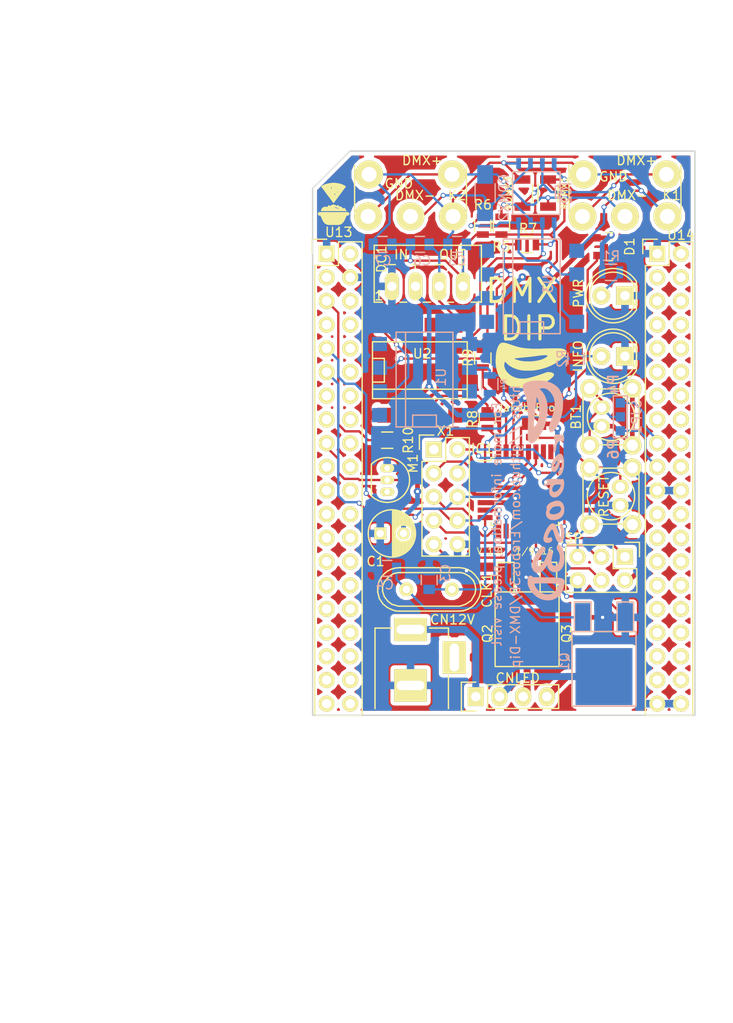
<source format=kicad_pcb>
(kicad_pcb (version 4) (host pcbnew 4.0.2-stable)
  (layers (0 F.Cu signal) (31 B.Cu signal) (34 B.Paste user) (35 F.Paste user) (36 B.SilkS user) (37 F.SilkS user) (38 B.Mask user) (39 F.Mask user) (44 Edge.Cuts user))
  (net 0 "")
  (net 1 GND)
  (net 2 5V)
  (net 3 "Net-(CN12-Pad2)")
  (net 4 "Net-(CNLED1-Pad2)")
  (net 5 "Net-(CNLED1-Pad3)")
  (net 6 "Net-(CNLED1-Pad4)")
  (net 7 "Net-(ICMAX1-Pad1)")
  (net 8 "Net-(ICMAX1-Pad2)")
  (net 9 "Net-(ICMAX1-Pad4)")
  (net 10 "Net-(ICMAX1-Pad6)")
  (net 11 "Net-(ICMAX1-Pad7)")
  (net 12 "Net-(PWR1-Pad2)")
  (net 13 TWI1-SDA)
  (net 14 TWI1-SCK)
  (net 15 1V8)
  (net 16 X1)
  (net 17 Y1)
  (net 18 LCD-D2)
  (net 19 LCD-D4)
  (net 20 LCD-D6)
  (net 21 LCD-D10)
  (net 22 LCD-D12)
  (net 23 LCD-D14)
  (net 24 LCD-D18)
  (net 25 LCD-D20)
  (net 26 LCD-D22)
  (net 27 LCD-CLK)
  (net 28 LCD-VSYNC)
  (net 29 HPL)
  (net 30 HPCOM)
  (net 31 HPR)
  (net 32 MICM)
  (net 33 MICIN1)
  (net 34 P1)
  (net 35 P3)
  (net 36 P5)
  (net 37 P7)
  (net 38 AP-EINT3)
  (net 39 TWI2-SCK)
  (net 40 CSICK)
  (net 41 CSIVSYNC)
  (net 42 CSID1)
  (net 43 CSID3)
  (net 44 CSID5)
  (net 45 CSID7)
  (net 46 "Net-(INFO1-Pad2)")
  (net 47 "Net-(BT1-Pad2)")
  (net 48 "Net-(C3-Pad2)")
  (net 49 "Net-(C4-Pad2)")
  (net 50 GND_EXT)
  (net 51 5V_EXT)
  (net 52 INFO)
  (net 53 "Net-(IC1-Pad10)")
  (net 54 "Net-(IC1-Pad13)")
  (net 55 "Net-(IC1-Pad14)")
  (net 56 MOSI)
  (net 57 MISO)
  (net 58 SCK)
  (net 59 "Net-(IC1-Pad19)")
  (net 60 "Net-(IC1-Pad22)")
  (net 61 "Net-(IC1-Pad25)")
  (net 62 "Net-(IC1-Pad26)")
  (net 63 RESET)
  (net 64 RX)
  (net 65 TX)
  (net 66 DIRECTION)
  (net 67 "Net-(R7-Pad1)")
  (net 68 "Net-(R8-Pad2)")
  (net 69 "Net-(R9-Pad2)")
  (net 70 P4)
  (net 71 P6)
  (net 72 "Net-(U1-Pad7)")
  (net 73 "Net-(U2-Pad7)")
  (net 74 "Net-(U3-Pad7)")
  (net 75 "Net-(U13-Pad2)")
  (net 76 3V3)
  (net 77 "Net-(U13-Pad6)")
  (net 78 "Net-(U13-Pad8)")
  (net 79 "Net-(U13-Pad10)")
  (net 80 "Net-(U13-Pad14)")
  (net 81 "Net-(U13-Pad16)")
  (net 82 "Net-(U13-Pad18)")
  (net 83 "Net-(U13-Pad20)")
  (net 84 "Net-(U13-Pad22)")
  (net 85 "Net-(U13-Pad24)")
  (net 86 "Net-(U13-Pad26)")
  (net 87 "Net-(U13-Pad28)")
  (net 88 "Net-(U13-Pad30)")
  (net 89 "Net-(U13-Pad32)")
  (net 90 "Net-(U13-Pad34)")
  (net 91 "Net-(U13-Pad36)")
  (net 92 "Net-(U13-Pad38)")
  (net 93 "Net-(U13-Pad40)")
  (net 94 "Net-(U14-Pad3)")
  (net 95 "Net-(U14-Pad5)")
  (net 96 "Net-(U14-Pad7)")
  (net 97 "Net-(U14-Pad9)")
  (net 98 "Net-(U14-Pad11)")
  (net 99 P0)
  (net 100 P2)
  (net 101 "Net-(U14-Pad23)")
  (net 102 "Net-(U14-Pad25)")
  (net 103 "Net-(U14-Pad27)")
  (net 104 "Net-(U14-Pad29)")
  (net 105 "Net-(U14-Pad31)")
  (net 106 "Net-(U14-Pad33)")
  (net 107 "Net-(U14-Pad35)")
  (net 108 "Net-(U14-Pad37)")
  (net 109 X_5V)
  (net 110 "Net-(D1-Pad3)")
  (net 111 X_IO0)
  (net 112 X_IO1)
  (net 113 X_IO2)
  (net 114 X_IO3)
  (net 115 X_ADC0)
  (net 116 X_ADC1)
  (net 117 "Net-(U13-Pad3)")
  (module Capacitors_ThroughHole:C_Radial_D5_L11_P2.5 (layer F.Cu) (at 57.25 80.5)
    (fp_text reference C1 (at -0.5 3) (layer F.SilkS))
    (fp_text value 10u)
    (pad 1 thru_hole rect (at 0 0) (size 1.3 1.3) (drill 0.8) (layers *.Cu *.Mask F.SilkS) (net 1 GND))
    (pad 2 thru_hole circle (at 2.5 0) (size 1.3 1.3) (drill 0.8) (layers *.Cu *.Mask F.SilkS) (net 2 5V))
  )
  (module Capacitors_SMD:C_0805 (layer B.Cu) (at 65.5 49.5)
    (fp_text reference C5 (at 0 1.75 180) (layer B.SilkS) (effects (justify mirror)))
    (fp_text value 100n)
    (pad 1 smd rect (at -1 0) (size 1 1.25) (layers B.Cu B.Paste B.Mask) (net 50 GND_EXT))
    (pad 2 smd rect (at 1 0) (size 1 1.25) (layers B.Cu B.Paste B.Mask) (net 51 5V_EXT))
  )
  (module Capacitors_SMD:C_0805 (layer B.Cu) (at 61.5 49.5 180)
    (fp_text reference C6 (at -0.25 -1.75 360) (layer B.SilkS) (effects (justify mirror)))
    (fp_text value 100n)
    (pad 1 smd rect (at -1 0 180) (size 1 1.25) (layers B.Cu B.Paste B.Mask) (net 50 GND_EXT))
    (pad 2 smd rect (at 1 0 180) (size 1 1.25) (layers B.Cu B.Paste B.Mask) (net 51 5V_EXT))
  )
  (module Capacitors_SMD:C_0805 (layer B.Cu) (at 57.5 49.5)
    (fp_text reference C7 (at 0 1.75 180) (layer B.SilkS) (effects (justify mirror)))
    (fp_text value 100n)
    (pad 1 smd rect (at -1 0) (size 1 1.25) (layers B.Cu B.Paste B.Mask) (net 50 GND_EXT))
    (pad 2 smd rect (at 1 0) (size 1 1.25) (layers B.Cu B.Paste B.Mask) (net 51 5V_EXT))
  )
  (module Crystals:Crystal_HC49-U_Vertical (layer F.Cu) (at 62.5 86.5)
    (fp_text reference CLK1 (at 6.2 0.1 90) (layer F.SilkS))
    (fp_text value Crystal)
    (pad 1 thru_hole circle (at -2.44094 0) (size 1.50114 1.50114) (drill 0.8001) (layers *.Cu *.Mask F.SilkS) (net 49 "Net-(C4-Pad2)"))
    (pad 2 thru_hole circle (at 2.44094 0) (size 1.50114 1.50114) (drill 0.8001) (layers *.Cu *.Mask F.SilkS) (net 48 "Net-(C3-Pad2)"))
  )
  (module Pin_Headers:Pin_Header_Straight_1x04 (layer F.Cu) (at 67.5 98 90)
    (fp_text reference CNLED (at 2 4.5 180) (layer F.SilkS))
    (fp_text value 01X04)
    (pad 1 thru_hole rect (at 0 0 90) (size 2.032 1.7272) (drill 1.016) (layers *.Cu *.Mask F.SilkS) (net 3 "Net-(CN12-Pad2)"))
    (pad 2 thru_hole oval (at 0 2.54 90) (size 2.032 1.7272) (drill 1.016) (layers *.Cu *.Mask F.SilkS) (net 4 "Net-(CNLED1-Pad2)"))
    (pad 3 thru_hole oval (at 0 5.08 90) (size 2.032 1.7272) (drill 1.016) (layers *.Cu *.Mask F.SilkS) (net 5 "Net-(CNLED1-Pad3)"))
    (pad 4 thru_hole oval (at 0 7.62 90) (size 2.032 1.7272) (drill 1.016) (layers *.Cu *.Mask F.SilkS) (net 6 "Net-(CNLED1-Pad4)"))
  )
  (module Converters_DCDC_ACDC:DCDC-Conv_TRACO_TME05xx_TME12xx (layer F.Cu) (at 58.5 54)
    (fp_text reference DC1 (at -1.1 -2.9 90) (layer F.SilkS))
    (fp_text value AM1S_0505SZ)
    (fp_text user 1 (at -1.4 1) (layer F.SilkS))
    (fp_text user OUT (at 6.49936 -3.39898) (layer F.SilkS))
    (fp_text user IN (at 1.00026 -3.39898) (layer F.SilkS))
    (fp_text user + (at 7.50012 -2.40076) (layer F.SilkS))
    (fp_text user + (at 2.49886 -2.40076) (layer F.SilkS))
    (fp_text user - (at 5.00076 -2.40076) (layer F.SilkS))
    (fp_text user - (at -0.0005 -2.40076) (layer F.SilkS))
    (pad 1 thru_hole oval (at 0 0) (size 1.50114 2.99974) (drill 1.00076) (layers *.Cu *.Mask F.SilkS) (net 1 GND))
    (pad 2 thru_hole oval (at 2.54 0) (size 1.50114 2.99974) (drill 1.00076) (layers *.Cu *.Mask F.SilkS) (net 2 5V))
    (pad 3 thru_hole oval (at 5.08 0) (size 1.50114 2.99974) (drill 1.00076) (layers *.Cu *.Mask F.SilkS) (net 50 GND_EXT))
    (pad 4 thru_hole oval (at 7.62 0) (size 1.50114 2.99974) (drill 1.00076) (layers *.Cu *.Mask F.SilkS) (net 51 5V_EXT))
  )
  (module Housings_QFP:TQFP-32_7x7mm_Pitch0.8mm (layer F.Cu) (at 72.75 76)
    (fp_text reference IC1 (at -4.55 -4.6) (layer F.SilkS))
    (fp_text value ATMEGA328P-A)
    (pad 1 smd rect (at -4.25 -2.8) (size 1.6 0.55) (layers F.Cu F.Paste F.Mask) (net 52 INFO))
    (pad 2 smd rect (at -4.25 -2) (size 1.6 0.55) (layers F.Cu F.Paste F.Mask) (net 111 X_IO0))
    (pad 3 smd rect (at -4.25 -1.2) (size 1.6 0.55) (layers F.Cu F.Paste F.Mask) (net 1 GND))
    (pad 4 smd rect (at -4.25 -0.4) (size 1.6 0.55) (layers F.Cu F.Paste F.Mask) (net 2 5V))
    (pad 5 smd rect (at -4.25 0.4) (size 1.6 0.55) (layers F.Cu F.Paste F.Mask) (net 1 GND))
    (pad 6 smd rect (at -4.25 1.2) (size 1.6 0.55) (layers F.Cu F.Paste F.Mask) (net 2 5V))
    (pad 7 smd rect (at -4.25 2) (size 1.6 0.55) (layers F.Cu F.Paste F.Mask) (net 49 "Net-(C4-Pad2)"))
    (pad 8 smd rect (at -4.25 2.8) (size 1.6 0.55) (layers F.Cu F.Paste F.Mask) (net 48 "Net-(C3-Pad2)"))
    (pad 9 smd rect (at -2.8 4.25 90) (size 1.6 0.55) (layers F.Cu F.Paste F.Mask) (net 112 X_IO1))
    (pad 10 smd rect (at -2 4.25 90) (size 1.6 0.55) (layers F.Cu F.Paste F.Mask) (net 53 "Net-(IC1-Pad10)"))
    (pad 11 smd rect (at -1.2 4.25 90) (size 1.6 0.55) (layers F.Cu F.Paste F.Mask) (net 113 X_IO2))
    (pad 12 smd rect (at -0.4 4.25 90) (size 1.6 0.55) (layers F.Cu F.Paste F.Mask) (net 114 X_IO3))
    (pad 13 smd rect (at 0.4 4.25 90) (size 1.6 0.55) (layers F.Cu F.Paste F.Mask) (net 54 "Net-(IC1-Pad13)"))
    (pad 14 smd rect (at 1.2 4.25 90) (size 1.6 0.55) (layers F.Cu F.Paste F.Mask) (net 55 "Net-(IC1-Pad14)"))
    (pad 15 smd rect (at 2 4.25 90) (size 1.6 0.55) (layers F.Cu F.Paste F.Mask) (net 56 MOSI))
    (pad 16 smd rect (at 2.8 4.25 90) (size 1.6 0.55) (layers F.Cu F.Paste F.Mask) (net 57 MISO))
    (pad 17 smd rect (at 4.25 2.8) (size 1.6 0.55) (layers F.Cu F.Paste F.Mask) (net 58 SCK))
    (pad 18 smd rect (at 4.25 2) (size 1.6 0.55) (layers F.Cu F.Paste F.Mask) (net 2 5V))
    (pad 19 smd rect (at 4.25 1.2) (size 1.6 0.55) (layers F.Cu F.Paste F.Mask) (net 59 "Net-(IC1-Pad19)"))
    (pad 20 smd rect (at 4.25 0.4) (size 1.6 0.55) (layers F.Cu F.Paste F.Mask) (net 2 5V))
    (pad 21 smd rect (at 4.25 -0.4) (size 1.6 0.55) (layers F.Cu F.Paste F.Mask) (net 1 GND))
    (pad 22 smd rect (at 4.25 -1.2) (size 1.6 0.55) (layers F.Cu F.Paste F.Mask) (net 60 "Net-(IC1-Pad22)"))
    (pad 23 smd rect (at 4.25 -2) (size 1.6 0.55) (layers F.Cu F.Paste F.Mask) (net 115 X_ADC0))
    (pad 24 smd rect (at 4.25 -2.8) (size 1.6 0.55) (layers F.Cu F.Paste F.Mask) (net 116 X_ADC1))
    (pad 25 smd rect (at 2.8 -4.25 90) (size 1.6 0.55) (layers F.Cu F.Paste F.Mask) (net 61 "Net-(IC1-Pad25)"))
    (pad 26 smd rect (at 2 -4.25 90) (size 1.6 0.55) (layers F.Cu F.Paste F.Mask) (net 62 "Net-(IC1-Pad26)"))
    (pad 27 smd rect (at 1.2 -4.25 90) (size 1.6 0.55) (layers F.Cu F.Paste F.Mask) (net 13 TWI1-SDA))
    (pad 28 smd rect (at 0.4 -4.25 90) (size 1.6 0.55) (layers F.Cu F.Paste F.Mask) (net 14 TWI1-SCK))
    (pad 29 smd rect (at -0.4 -4.25 90) (size 1.6 0.55) (layers F.Cu F.Paste F.Mask) (net 63 RESET))
    (pad 30 smd rect (at -1.2 -4.25 90) (size 1.6 0.55) (layers F.Cu F.Paste F.Mask) (net 64 RX))
    (pad 31 smd rect (at -2 -4.25 90) (size 1.6 0.55) (layers F.Cu F.Paste F.Mask) (net 65 TX))
    (pad 32 smd rect (at -2.8 -4.25 90) (size 1.6 0.55) (layers F.Cu F.Paste F.Mask) (net 66 DIRECTION))
  )
  (module SMD_Packages:SOIC-8-N (layer B.Cu) (at 74 44 180)
    (fp_text reference IC2 (at -3.25 0 270) (layer B.SilkS) (effects (justify mirror)))
    (fp_text value MAX481CPA)
    (pad 8 smd rect (at -1.905 3.175 180) (size 0.508 1.143) (layers B.Cu B.Paste B.Mask) (net 51 5V_EXT))
    (pad 7 smd rect (at -0.635 3.175 180) (size 0.508 1.143) (layers B.Cu B.Paste B.Mask) (net 11 "Net-(ICMAX1-Pad7)"))
    (pad 6 smd rect (at 0.635 3.175 180) (size 0.508 1.143) (layers B.Cu B.Paste B.Mask) (net 10 "Net-(ICMAX1-Pad6)"))
    (pad 5 smd rect (at 1.905 3.175 180) (size 0.508 1.143) (layers B.Cu B.Paste B.Mask) (net 50 GND_EXT))
    (pad 4 smd rect (at 1.905 -3.175 180) (size 0.508 1.143) (layers B.Cu B.Paste B.Mask) (net 9 "Net-(ICMAX1-Pad4)"))
    (pad 3 smd rect (at 0.635 -3.175 180) (size 0.508 1.143) (layers B.Cu B.Paste B.Mask) (net 8 "Net-(ICMAX1-Pad2)"))
    (pad 2 smd rect (at -0.635 -3.175 180) (size 0.508 1.143) (layers B.Cu B.Paste B.Mask) (net 8 "Net-(ICMAX1-Pad2)"))
    (pad 1 smd rect (at -1.905 -3.175 180) (size 0.508 1.143) (layers B.Cu B.Paste B.Mask) (net 7 "Net-(ICMAX1-Pad1)"))
  )
  (module LEDs:LED-5MM (layer F.Cu) (at 83.5 61.5 180)
    (fp_text reference INFO (at 5 0 270) (layer F.SilkS))
    (fp_text value LED)
    (pad 1 thru_hole rect (at 0 0 270) (size 2 1.9) (drill 1.00076) (layers *.Cu *.Mask F.SilkS) (net 1 GND))
    (pad 2 thru_hole circle (at 2.54 0 180) (size 1.9 1.9) (drill 1.00076) (layers *.Cu *.Mask F.SilkS) (net 46 "Net-(INFO1-Pad2)"))
  )
  (module Pin_Headers:Pin_Header_Straight_2x03 (layer F.Cu) (at 83.5 83 270)
    (fp_text reference ISP (at -2 5.75 360) (layer F.SilkS))
    (fp_text value CONN_02X03)
    (pad 1 thru_hole rect (at 0 0 270) (size 1.7272 1.7272) (drill 1.016) (layers *.Cu *.Mask F.SilkS) (net 57 MISO))
    (pad 2 thru_hole oval (at 2.54 0 270) (size 1.7272 1.7272) (drill 1.016) (layers *.Cu *.Mask F.SilkS) (net 2 5V))
    (pad 3 thru_hole oval (at 0 2.54 270) (size 1.7272 1.7272) (drill 1.016) (layers *.Cu *.Mask F.SilkS) (net 58 SCK))
    (pad 4 thru_hole oval (at 2.54 2.54 270) (size 1.7272 1.7272) (drill 1.016) (layers *.Cu *.Mask F.SilkS) (net 56 MOSI))
    (pad 5 thru_hole oval (at 0 5.08 270) (size 1.7272 1.7272) (drill 1.016) (layers *.Cu *.Mask F.SilkS) (net 63 RESET))
    (pad 6 thru_hole oval (at 2.54 5.08 270) (size 1.7272 1.7272) (drill 1.016) (layers *.Cu *.Mask F.SilkS) (net 1 GND))
  )
  (module LEDs:LED-5MM (layer F.Cu) (at 83.5 55 180)
    (fp_text reference PWR (at 5 0.25 270) (layer F.SilkS))
    (fp_text value LED)
    (pad 1 thru_hole rect (at 0 0 270) (size 2 1.9) (drill 1.00076) (layers *.Cu *.Mask F.SilkS) (net 1 GND))
    (pad 2 thru_hole circle (at 2.54 0 180) (size 1.9 1.9) (drill 1.00076) (layers *.Cu *.Mask F.SilkS) (net 12 "Net-(PWR1-Pad2)"))
  )
  (module Resistors_SMD:R_0805 (layer B.Cu) (at 82 52.5 180)
    (fp_text reference R1 (at 0 1.75 180) (layer B.SilkS) (effects (justify mirror)))
    (fp_text value 220)
    (pad 1 smd rect (at -0.95 0 180) (size 0.7 1.3) (layers B.Cu B.Paste B.Mask) (net 12 "Net-(PWR1-Pad2)"))
    (pad 2 smd rect (at 0.95 0 180) (size 0.7 1.3) (layers B.Cu B.Paste B.Mask) (net 2 5V))
  )
  (module Resistors_SMD:R_0805 (layer B.Cu) (at 78.25 61.75 90)
    (fp_text reference R2 (at 0 -1.5 90) (layer B.SilkS) (effects (justify mirror)))
    (fp_text value 220)
    (pad 1 smd rect (at -0.95 0 90) (size 0.7 1.3) (layers B.Cu B.Paste B.Mask) (net 52 INFO))
    (pad 2 smd rect (at 0.95 0 90) (size 0.7 1.3) (layers B.Cu B.Paste B.Mask) (net 46 "Net-(INFO1-Pad2)"))
  )
  (module Resistors_SMD:R_0805 (layer F.Cu) (at 73.75 68.75 180)
    (fp_text reference R3 (at 0 -1.5 360) (layer F.SilkS) (effects (font (size 0.6 0.6) (thickness 0.1))))
    (fp_text value 10K)
    (pad 1 smd rect (at -0.95 0 180) (size 0.7 1.3) (layers F.Cu F.Paste F.Mask) (net 2 5V))
    (pad 2 smd rect (at 0.95 0 180) (size 0.7 1.3) (layers F.Cu F.Paste F.Mask) (net 63 RESET))
  )
  (module Resistors_SMD:R_0805 (layer B.Cu) (at 69 64.5 270)
    (fp_text reference R4 (at 0 -1.5 270) (layer B.SilkS) (effects (font (size 0.6 0.6) (thickness 0.1)) (justify mirror)))
    (fp_text value 4K7)
    (pad 1 smd rect (at -0.95 0 270) (size 0.7 1.3) (layers B.Cu B.Paste B.Mask) (net 64 RX))
    (pad 2 smd rect (at 0.95 0 270) (size 0.7 1.3) (layers B.Cu B.Paste B.Mask) (net 2 5V))
  )
  (module Resistors_SMD:R_0805 (layer F.Cu) (at 70.25 47.5 270)
    (fp_text reference R5 (at 2.25 0 360) (layer F.SilkS))
    (fp_text value 4K7)
    (pad 1 smd rect (at -0.95 0 270) (size 0.7 1.3) (layers F.Cu F.Paste F.Mask) (net 8 "Net-(ICMAX1-Pad2)"))
    (pad 2 smd rect (at 0.95 0 270) (size 0.7 1.3) (layers F.Cu F.Paste F.Mask) (net 51 5V_EXT))
  )
  (module Resistors_SMD:R_0805 (layer F.Cu) (at 68.25 47.5 270)
    (fp_text reference R6 (at -2.25 0 360) (layer F.SilkS))
    (fp_text value 4K7)
    (pad 1 smd rect (at -0.95 0 270) (size 0.7 1.3) (layers F.Cu F.Paste F.Mask) (net 9 "Net-(ICMAX1-Pad4)"))
    (pad 2 smd rect (at 0.95 0 270) (size 0.7 1.3) (layers F.Cu F.Paste F.Mask) (net 51 5V_EXT))
  )
  (module Resistors_SMD:R_0805 (layer F.Cu) (at 73 49.5)
    (fp_text reference R7 (at 0.1 -1.7) (layer F.SilkS))
    (fp_text value 470)
    (pad 1 smd rect (at -0.95 0) (size 0.7 1.3) (layers F.Cu F.Paste F.Mask) (net 67 "Net-(R7-Pad1)"))
    (pad 2 smd rect (at 0.95 0) (size 0.7 1.3) (layers F.Cu F.Paste F.Mask) (net 7 "Net-(ICMAX1-Pad1)"))
  )
  (module Resistors_SMD:R_0805 (layer F.Cu) (at 68.75 68.25 90)
    (fp_text reference R8 (at 0 -1.6 90) (layer F.SilkS))
    (fp_text value 470)
    (pad 1 smd rect (at -0.95 0 90) (size 0.7 1.3) (layers F.Cu F.Paste F.Mask) (net 66 DIRECTION))
    (pad 2 smd rect (at 0.95 0 90) (size 0.7 1.3) (layers F.Cu F.Paste F.Mask) (net 68 "Net-(R8-Pad2)"))
  )
  (module Resistors_SMD:R_0805 (layer F.Cu) (at 68.25 61.75 90)
    (fp_text reference R9 (at 0.1 -1.6 90) (layer F.SilkS))
    (fp_text value 470)
    (pad 1 smd rect (at -0.95 0 90) (size 0.7 1.3) (layers F.Cu F.Paste F.Mask) (net 65 TX))
    (pad 2 smd rect (at 0.95 0 90) (size 0.7 1.3) (layers F.Cu F.Paste F.Mask) (net 69 "Net-(R9-Pad2)"))
  )
  (module Pin_Headers:Pin_Header_Straight_2x20 (layer F.Cu) (at 51.5 50.5)
    (fp_text reference U13 (at 1.3 -2.3) (layer F.SilkS))
    (fp_text value CONN_02X20)
    (pad 1 thru_hole rect (at 0 0) (size 1.7272 1.7272) (drill 1.016) (layers *.Cu *.Mask F.SilkS) (net 1 GND))
    (pad 2 thru_hole oval (at 2.54 0) (size 1.7272 1.7272) (drill 1.016) (layers *.Cu *.Mask F.SilkS) (net 75 "Net-(U13-Pad2)"))
    (pad 3 thru_hole oval (at 0 2.54) (size 1.7272 1.7272) (drill 1.016) (layers *.Cu *.Mask F.SilkS) (net 117 "Net-(U13-Pad3)"))
    (pad 4 thru_hole oval (at 2.54 2.54) (size 1.7272 1.7272) (drill 1.016) (layers *.Cu *.Mask F.SilkS) (net 1 GND))
    (pad 5 thru_hole oval (at 0 5.08) (size 1.7272 1.7272) (drill 1.016) (layers *.Cu *.Mask F.SilkS) (net 76 3V3))
    (pad 6 thru_hole oval (at 2.54 5.08) (size 1.7272 1.7272) (drill 1.016) (layers *.Cu *.Mask F.SilkS) (net 77 "Net-(U13-Pad6)"))
    (pad 7 thru_hole oval (at 0 7.62) (size 1.7272 1.7272) (drill 1.016) (layers *.Cu *.Mask F.SilkS) (net 15 1V8))
    (pad 8 thru_hole oval (at 2.54 7.62) (size 1.7272 1.7272) (drill 1.016) (layers *.Cu *.Mask F.SilkS) (net 78 "Net-(U13-Pad8)"))
    (pad 9 thru_hole oval (at 0 10.16) (size 1.7272 1.7272) (drill 1.016) (layers *.Cu *.Mask F.SilkS) (net 13 TWI1-SDA))
    (pad 10 thru_hole oval (at 2.54 10.16) (size 1.7272 1.7272) (drill 1.016) (layers *.Cu *.Mask F.SilkS) (net 79 "Net-(U13-Pad10)"))
    (pad 11 thru_hole oval (at 0 12.7) (size 1.7272 1.7272) (drill 1.016) (layers *.Cu *.Mask F.SilkS) (net 14 TWI1-SCK))
    (pad 12 thru_hole oval (at 2.54 12.7) (size 1.7272 1.7272) (drill 1.016) (layers *.Cu *.Mask F.SilkS) (net 1 GND))
    (pad 13 thru_hole oval (at 0 15.24) (size 1.7272 1.7272) (drill 1.016) (layers *.Cu *.Mask F.SilkS) (net 16 X1))
    (pad 14 thru_hole oval (at 2.54 15.24) (size 1.7272 1.7272) (drill 1.016) (layers *.Cu *.Mask F.SilkS) (net 80 "Net-(U13-Pad14)"))
    (pad 15 thru_hole oval (at 0 17.78) (size 1.7272 1.7272) (drill 1.016) (layers *.Cu *.Mask F.SilkS) (net 17 Y1))
    (pad 16 thru_hole oval (at 2.54 17.78) (size 1.7272 1.7272) (drill 1.016) (layers *.Cu *.Mask F.SilkS) (net 81 "Net-(U13-Pad16)"))
    (pad 17 thru_hole oval (at 0 20.32) (size 1.7272 1.7272) (drill 1.016) (layers *.Cu *.Mask F.SilkS) (net 18 LCD-D2))
    (pad 18 thru_hole oval (at 2.54 20.32) (size 1.7272 1.7272) (drill 1.016) (layers *.Cu *.Mask F.SilkS) (net 82 "Net-(U13-Pad18)"))
    (pad 19 thru_hole oval (at 0 22.86) (size 1.7272 1.7272) (drill 1.016) (layers *.Cu *.Mask F.SilkS) (net 19 LCD-D4))
    (pad 20 thru_hole oval (at 2.54 22.86) (size 1.7272 1.7272) (drill 1.016) (layers *.Cu *.Mask F.SilkS) (net 83 "Net-(U13-Pad20)"))
    (pad 21 thru_hole oval (at 0 25.4) (size 1.7272 1.7272) (drill 1.016) (layers *.Cu *.Mask F.SilkS) (net 20 LCD-D6))
    (pad 22 thru_hole oval (at 2.54 25.4) (size 1.7272 1.7272) (drill 1.016) (layers *.Cu *.Mask F.SilkS) (net 84 "Net-(U13-Pad22)"))
    (pad 23 thru_hole oval (at 0 27.94) (size 1.7272 1.7272) (drill 1.016) (layers *.Cu *.Mask F.SilkS) (net 21 LCD-D10))
    (pad 24 thru_hole oval (at 2.54 27.94) (size 1.7272 1.7272) (drill 1.016) (layers *.Cu *.Mask F.SilkS) (net 85 "Net-(U13-Pad24)"))
    (pad 25 thru_hole oval (at 0 30.48) (size 1.7272 1.7272) (drill 1.016) (layers *.Cu *.Mask F.SilkS) (net 22 LCD-D12))
    (pad 26 thru_hole oval (at 2.54 30.48) (size 1.7272 1.7272) (drill 1.016) (layers *.Cu *.Mask F.SilkS) (net 86 "Net-(U13-Pad26)"))
    (pad 27 thru_hole oval (at 0 33.02) (size 1.7272 1.7272) (drill 1.016) (layers *.Cu *.Mask F.SilkS) (net 23 LCD-D14))
    (pad 28 thru_hole oval (at 2.54 33.02) (size 1.7272 1.7272) (drill 1.016) (layers *.Cu *.Mask F.SilkS) (net 87 "Net-(U13-Pad28)"))
    (pad 29 thru_hole oval (at 0 35.56) (size 1.7272 1.7272) (drill 1.016) (layers *.Cu *.Mask F.SilkS) (net 24 LCD-D18))
    (pad 30 thru_hole oval (at 2.54 35.56) (size 1.7272 1.7272) (drill 1.016) (layers *.Cu *.Mask F.SilkS) (net 88 "Net-(U13-Pad30)"))
    (pad 31 thru_hole oval (at 0 38.1) (size 1.7272 1.7272) (drill 1.016) (layers *.Cu *.Mask F.SilkS) (net 25 LCD-D20))
    (pad 32 thru_hole oval (at 2.54 38.1) (size 1.7272 1.7272) (drill 1.016) (layers *.Cu *.Mask F.SilkS) (net 89 "Net-(U13-Pad32)"))
    (pad 33 thru_hole oval (at 0 40.64) (size 1.7272 1.7272) (drill 1.016) (layers *.Cu *.Mask F.SilkS) (net 26 LCD-D22))
    (pad 34 thru_hole oval (at 2.54 40.64) (size 1.7272 1.7272) (drill 1.016) (layers *.Cu *.Mask F.SilkS) (net 90 "Net-(U13-Pad34)"))
    (pad 35 thru_hole oval (at 0 43.18) (size 1.7272 1.7272) (drill 1.016) (layers *.Cu *.Mask F.SilkS) (net 27 LCD-CLK))
    (pad 36 thru_hole oval (at 2.54 43.18) (size 1.7272 1.7272) (drill 1.016) (layers *.Cu *.Mask F.SilkS) (net 91 "Net-(U13-Pad36)"))
    (pad 37 thru_hole oval (at 0 45.72) (size 1.7272 1.7272) (drill 1.016) (layers *.Cu *.Mask F.SilkS) (net 28 LCD-VSYNC))
    (pad 38 thru_hole oval (at 2.54 45.72) (size 1.7272 1.7272) (drill 1.016) (layers *.Cu *.Mask F.SilkS) (net 92 "Net-(U13-Pad38)"))
    (pad 39 thru_hole oval (at 0 48.26) (size 1.7272 1.7272) (drill 1.016) (layers *.Cu *.Mask F.SilkS) (net 1 GND))
    (pad 40 thru_hole oval (at 2.54 48.26) (size 1.7272 1.7272) (drill 1.016) (layers *.Cu *.Mask F.SilkS) (net 93 "Net-(U13-Pad40)"))
  )
  (module Pin_Headers:Pin_Header_Straight_2x20 (layer F.Cu) (at 86.96 50.5)
    (fp_text reference U14 (at 2.54 -2) (layer F.SilkS))
    (fp_text value CONN_02X20)
    (pad 1 thru_hole rect (at 0 0) (size 1.7272 1.7272) (drill 1.016) (layers *.Cu *.Mask F.SilkS) (net 1 GND))
    (pad 2 thru_hole oval (at 2.54 0) (size 1.7272 1.7272) (drill 1.016) (layers *.Cu *.Mask F.SilkS) (net 110 "Net-(D1-Pad3)"))
    (pad 3 thru_hole oval (at 0 2.54) (size 1.7272 1.7272) (drill 1.016) (layers *.Cu *.Mask F.SilkS) (net 94 "Net-(U14-Pad3)"))
    (pad 4 thru_hole oval (at 2.54 2.54) (size 1.7272 1.7272) (drill 1.016) (layers *.Cu *.Mask F.SilkS) (net 29 HPL))
    (pad 5 thru_hole oval (at 0 5.08) (size 1.7272 1.7272) (drill 1.016) (layers *.Cu *.Mask F.SilkS) (net 95 "Net-(U14-Pad5)"))
    (pad 6 thru_hole oval (at 2.54 5.08) (size 1.7272 1.7272) (drill 1.016) (layers *.Cu *.Mask F.SilkS) (net 30 HPCOM))
    (pad 7 thru_hole oval (at 0 7.62) (size 1.7272 1.7272) (drill 1.016) (layers *.Cu *.Mask F.SilkS) (net 96 "Net-(U14-Pad7)"))
    (pad 8 thru_hole oval (at 2.54 7.62) (size 1.7272 1.7272) (drill 1.016) (layers *.Cu *.Mask F.SilkS) (net 31 HPR))
    (pad 9 thru_hole oval (at 0 10.16) (size 1.7272 1.7272) (drill 1.016) (layers *.Cu *.Mask F.SilkS) (net 97 "Net-(U14-Pad9)"))
    (pad 10 thru_hole oval (at 2.54 10.16) (size 1.7272 1.7272) (drill 1.016) (layers *.Cu *.Mask F.SilkS) (net 32 MICM))
    (pad 11 thru_hole oval (at 0 12.7) (size 1.7272 1.7272) (drill 1.016) (layers *.Cu *.Mask F.SilkS) (net 98 "Net-(U14-Pad11)"))
    (pad 12 thru_hole oval (at 2.54 12.7) (size 1.7272 1.7272) (drill 1.016) (layers *.Cu *.Mask F.SilkS) (net 33 MICIN1))
    (pad 13 thru_hole oval (at 0 15.24) (size 1.7272 1.7272) (drill 1.016) (layers *.Cu *.Mask F.SilkS) (net 99 P0))
    (pad 14 thru_hole oval (at 2.54 15.24) (size 1.7272 1.7272) (drill 1.016) (layers *.Cu *.Mask F.SilkS) (net 34 P1))
    (pad 15 thru_hole oval (at 0 17.78) (size 1.7272 1.7272) (drill 1.016) (layers *.Cu *.Mask F.SilkS) (net 100 P2))
    (pad 16 thru_hole oval (at 2.54 17.78) (size 1.7272 1.7272) (drill 1.016) (layers *.Cu *.Mask F.SilkS) (net 35 P3))
    (pad 17 thru_hole oval (at 0 20.32) (size 1.7272 1.7272) (drill 1.016) (layers *.Cu *.Mask F.SilkS) (net 70 P4))
    (pad 18 thru_hole oval (at 2.54 20.32) (size 1.7272 1.7272) (drill 1.016) (layers *.Cu *.Mask F.SilkS) (net 36 P5))
    (pad 19 thru_hole oval (at 0 22.86) (size 1.7272 1.7272) (drill 1.016) (layers *.Cu *.Mask F.SilkS) (net 71 P6))
    (pad 20 thru_hole oval (at 2.54 22.86) (size 1.7272 1.7272) (drill 1.016) (layers *.Cu *.Mask F.SilkS) (net 37 P7))
    (pad 21 thru_hole oval (at 0 25.4) (size 1.7272 1.7272) (drill 1.016) (layers *.Cu *.Mask F.SilkS) (net 1 GND))
    (pad 22 thru_hole oval (at 2.54 25.4) (size 1.7272 1.7272) (drill 1.016) (layers *.Cu *.Mask F.SilkS) (net 1 GND))
    (pad 23 thru_hole oval (at 0 27.94) (size 1.7272 1.7272) (drill 1.016) (layers *.Cu *.Mask F.SilkS) (net 101 "Net-(U14-Pad23)"))
    (pad 24 thru_hole oval (at 2.54 27.94) (size 1.7272 1.7272) (drill 1.016) (layers *.Cu *.Mask F.SilkS) (net 38 AP-EINT3))
    (pad 25 thru_hole oval (at 0 30.48) (size 1.7272 1.7272) (drill 1.016) (layers *.Cu *.Mask F.SilkS) (net 102 "Net-(U14-Pad25)"))
    (pad 26 thru_hole oval (at 2.54 30.48) (size 1.7272 1.7272) (drill 1.016) (layers *.Cu *.Mask F.SilkS) (net 39 TWI2-SCK))
    (pad 27 thru_hole oval (at 0 33.02) (size 1.7272 1.7272) (drill 1.016) (layers *.Cu *.Mask F.SilkS) (net 103 "Net-(U14-Pad27)"))
    (pad 28 thru_hole oval (at 2.54 33.02) (size 1.7272 1.7272) (drill 1.016) (layers *.Cu *.Mask F.SilkS) (net 40 CSICK))
    (pad 29 thru_hole oval (at 0 35.56) (size 1.7272 1.7272) (drill 1.016) (layers *.Cu *.Mask F.SilkS) (net 104 "Net-(U14-Pad29)"))
    (pad 30 thru_hole oval (at 2.54 35.56) (size 1.7272 1.7272) (drill 1.016) (layers *.Cu *.Mask F.SilkS) (net 41 CSIVSYNC))
    (pad 31 thru_hole oval (at 0 38.1) (size 1.7272 1.7272) (drill 1.016) (layers *.Cu *.Mask F.SilkS) (net 105 "Net-(U14-Pad31)"))
    (pad 32 thru_hole oval (at 2.54 38.1) (size 1.7272 1.7272) (drill 1.016) (layers *.Cu *.Mask F.SilkS) (net 42 CSID1))
    (pad 33 thru_hole oval (at 0 40.64) (size 1.7272 1.7272) (drill 1.016) (layers *.Cu *.Mask F.SilkS) (net 106 "Net-(U14-Pad33)"))
    (pad 34 thru_hole oval (at 2.54 40.64) (size 1.7272 1.7272) (drill 1.016) (layers *.Cu *.Mask F.SilkS) (net 43 CSID3))
    (pad 35 thru_hole oval (at 0 43.18) (size 1.7272 1.7272) (drill 1.016) (layers *.Cu *.Mask F.SilkS) (net 107 "Net-(U14-Pad35)"))
    (pad 36 thru_hole oval (at 2.54 43.18) (size 1.7272 1.7272) (drill 1.016) (layers *.Cu *.Mask F.SilkS) (net 44 CSID5))
    (pad 37 thru_hole oval (at 0 45.72) (size 1.7272 1.7272) (drill 1.016) (layers *.Cu *.Mask F.SilkS) (net 108 "Net-(U14-Pad37)"))
    (pad 38 thru_hole oval (at 2.54 45.72) (size 1.7272 1.7272) (drill 1.016) (layers *.Cu *.Mask F.SilkS) (net 45 CSID7))
    (pad 39 thru_hole oval (at 0 48.26) (size 1.7272 1.7272) (drill 1.016) (layers *.Cu *.Mask F.SilkS) (net 1 GND))
    (pad 40 thru_hole oval (at 2.54 48.26) (size 1.7272 1.7272) (drill 1.016) (layers *.Cu *.Mask F.SilkS) (net 1 GND))
  )
  (module TO_SOT_Packages_THT:TO-92_Inline_Narrow_Oval (layer F.Cu) (at 58 73.5 270)
    (fp_text reference M1 (at -0.5 -2.75 270) (layer F.SilkS))
    (fp_text value DS2431)
    (pad 2 thru_hole oval (at 1.27 0 90) (size 0.89916 1.50114) (drill 0.6) (layers *.Cu *.Mask F.SilkS) (net 18 LCD-D2))
    (pad 3 thru_hole oval (at 2.54 0 90) (size 0.89916 1.50114) (drill 0.6) (layers *.Cu *.Mask F.SilkS))
    (pad 1 thru_hole oval (at 0 0 90) (size 0.89916 1.50114) (drill 0.6) (layers *.Cu *.Mask F.SilkS) (net 1 GND))
  )
  (module Resistors_SMD:R_1206_HandSoldering (layer B.Cu) (at 68.5 44 270)
    (fp_text reference RDMX2 (at 0.5 -2 270) (layer B.SilkS) (effects (justify mirror)))
    (fp_text value 130)
    (pad 1 smd rect (at -2 0 270) (size 2 1.7) (layers B.Cu B.Paste B.Mask) (net 11 "Net-(ICMAX1-Pad7)"))
    (pad 2 smd rect (at 2 0 270) (size 2 1.7) (layers B.Cu B.Paste B.Mask) (net 10 "Net-(ICMAX1-Pad6)"))
  )
  (module Resistors_SMD:R_1206 (layer F.Cu) (at 75.25 44 90)
    (fp_text reference RDMX1 (at 0 1.75 90) (layer F.SilkS) (effects (font (size 0.7 0.7) (thickness 0.12))))
    (fp_text value 510)
    (pad 1 smd rect (at -1.45 0 90) (size 0.9 1.7) (layers F.Cu F.Paste F.Mask) (net 10 "Net-(ICMAX1-Pad6)"))
    (pad 2 smd rect (at 1.45 0 90) (size 0.9 1.7) (layers F.Cu F.Paste F.Mask) (net 51 5V_EXT))
  )
  (module Resistors_SMD:R_1206 (layer F.Cu) (at 72.5 44 270)
    (fp_text reference RDMX3 (at 0 1.5 450) (layer F.SilkS) (effects (font (size 0.7 0.7) (thickness 0.12))))
    (fp_text value 510)
    (pad 1 smd rect (at -1.45 0 270) (size 0.9 1.7) (layers F.Cu F.Paste F.Mask) (net 50 GND_EXT))
    (pad 2 smd rect (at 1.45 0 270) (size 0.9 1.7) (layers F.Cu F.Paste F.Mask) (net 11 "Net-(ICMAX1-Pad7)"))
  )
  (module MyLib1:Switch_Plus_Connector (layer F.Cu) (at 82 68 270)
    (fp_text reference BT1 (at 0 3.75 270) (layer F.SilkS))
    (fp_text value SW_PUSH)
    (pad 1 thru_hole oval (at 1 1 270) (size 1.524 1.8) (drill 1) (layers *.Cu *.Mask F.SilkS) (net 1 GND))
    (pad 2 thru_hole circle (at -3.048 2.286 270) (size 2 2) (drill 1.2) (layers *.Cu *.Mask F.SilkS) (net 47 "Net-(BT1-Pad2)"))
    (pad 2 thru_hole circle (at 3.048 2.286 270) (size 2 2) (drill 1.2) (layers *.Cu *.Mask F.SilkS) (net 47 "Net-(BT1-Pad2)"))
    (pad 1 thru_hole circle (at 3.048 -2.286 270) (size 2 2) (drill 1.2) (layers *.Cu *.Mask F.SilkS) (net 1 GND))
    (pad 1 thru_hole circle (at -3.048 -2.286 270) (size 2 2) (drill 1.2) (layers *.Cu *.Mask F.SilkS) (net 1 GND))
    (pad 2 thru_hole oval (at -1 1 270) (size 1.524 1.8) (drill 1) (layers *.Cu *.Mask F.SilkS) (net 47 "Net-(BT1-Pad2)"))
  )
  (module Capacitors_SMD:C_0805 (layer B.Cu) (at 62.5 85.5 270)
    (fp_text reference C3 (at -0.75 -1.75 270) (layer B.SilkS) (effects (justify mirror)))
    (fp_text value 22pF)
    (pad 1 smd rect (at -1 0 270) (size 1 1.25) (layers B.Cu B.Paste B.Mask) (net 1 GND))
    (pad 2 smd rect (at 1 0 270) (size 1 1.25) (layers B.Cu B.Paste B.Mask) (net 48 "Net-(C3-Pad2)"))
  )
  (module Capacitors_SMD:C_0805 (layer B.Cu) (at 58 84.25)
    (fp_text reference C4 (at -0.25 1.75) (layer B.SilkS) (effects (justify mirror)))
    (fp_text value 22pF)
    (pad 1 smd rect (at -1 0) (size 1 1.25) (layers B.Cu B.Paste B.Mask) (net 1 GND))
    (pad 2 smd rect (at 1 0) (size 1 1.25) (layers B.Cu B.Paste B.Mask) (net 49 "Net-(C4-Pad2)"))
  )
  (module TO_SOT_Packages_SMD:SOT-23 (layer F.Cu) (at 81.5 49.75 270)
    (fp_text reference D1 (at 0 -2.5 270) (layer F.SilkS))
    (fp_text value D_Schottky_x2_ACom_KKA)
    (pad 1 smd rect (at -0.95 1.00076 270) (size 0.8001 0.8001) (layers F.Cu F.Paste F.Mask) (net 2 5V))
    (pad 2 smd rect (at 0.95 1.00076 270) (size 0.8001 0.8001) (layers F.Cu F.Paste F.Mask) (net 109 X_5V))
    (pad 3 smd rect (at 0 -0.99822 270) (size 0.8001 0.8001) (layers F.Cu F.Paste F.Mask) (net 110 "Net-(D1-Pad3)"))
  )
  (module MyLib1:XLR_Angled_DoubleWay (layer F.Cu) (at 83.5 42)
    (fp_text reference K1 (at 5 2.25) (layer F.SilkS))
    (fp_text value XLR3)
    (fp_text user DMX- (at 0.25 2.25) (layer F.SilkS))
    (fp_text user DMX+ (at 1.25 -1.5) (layer F.SilkS))
    (fp_text user GND (at -1.25 0.25) (layer F.SilkS))
    (pad 3 thru_hole circle (at -4.555 4.5) (size 3 3) (drill 1.6) (layers *.Cu *.Mask F.SilkS) (net 11 "Net-(ICMAX1-Pad7)"))
    (pad 1 thru_hole circle (at 4.555 4.5) (size 3 3) (drill 1.6) (layers *.Cu *.Mask F.SilkS) (net 50 GND_EXT))
    (pad 1 thru_hole circle (at -4.445 0) (size 3 3) (drill 1.6) (layers *.Cu *.Mask F.SilkS) (net 50 GND_EXT))
    (pad 2 thru_hole circle (at 0 4.5) (size 3 3) (drill 1.6) (layers *.Cu *.Mask F.SilkS) (net 10 "Net-(ICMAX1-Pad6)"))
    (pad 3 thru_hole circle (at 4.445 0) (size 3 3) (drill 1.6) (layers *.Cu *.Mask F.SilkS) (net 11 "Net-(ICMAX1-Pad7)"))
  )
  (module MyLib1:XLR_Angled_DoubleWay (layer F.Cu) (at 60.5 42)
    (fp_text reference K2 (at 5 2.25) (layer F.SilkS))
    (fp_text value XLR3)
    (fp_text user DMX- (at 0.5 2.25) (layer F.SilkS))
    (fp_text user DMX+ (at 1.25 -1.5) (layer F.SilkS))
    (fp_text user GND (at -1.25 1) (layer F.SilkS))
    (pad 3 thru_hole circle (at -4.555 4.5) (size 3 3) (drill 1.6) (layers *.Cu *.Mask F.SilkS) (net 11 "Net-(ICMAX1-Pad7)"))
    (pad 1 thru_hole circle (at 4.555 4.5) (size 3 3) (drill 1.6) (layers *.Cu *.Mask F.SilkS) (net 50 GND_EXT))
    (pad 1 thru_hole circle (at -4.445 0) (size 3 3) (drill 1.6) (layers *.Cu *.Mask F.SilkS) (net 50 GND_EXT))
    (pad 2 thru_hole circle (at 0 4.5) (size 3 3) (drill 1.6) (layers *.Cu *.Mask F.SilkS) (net 10 "Net-(ICMAX1-Pad6)"))
    (pad 3 thru_hole circle (at 4.445 0) (size 3 3) (drill 1.6) (layers *.Cu *.Mask F.SilkS) (net 11 "Net-(ICMAX1-Pad7)"))
  )
  (module Resistors_SMD:R_0805 (layer F.Cu) (at 58 70.5)
    (fp_text reference R10 (at 2.25 0 90) (layer F.SilkS))
    (fp_text value 4K7)
    (pad 1 smd rect (at -0.95 0) (size 0.7 1.3) (layers F.Cu F.Paste F.Mask) (net 76 3V3))
    (pad 2 smd rect (at 0.95 0) (size 0.7 1.3) (layers F.Cu F.Paste F.Mask) (net 18 LCD-D2))
  )
  (module MyLib1:Switch_Plus_Connector (layer F.Cu) (at 82 76.5 90)
    (fp_text reference RESET (at 0 -0.762 90) (layer F.SilkS))
    (fp_text value SW_PUSH)
    (pad 1 thru_hole oval (at 1 1 90) (size 1.524 1.8) (drill 1) (layers *.Cu *.Mask F.SilkS) (net 63 RESET))
    (pad 2 thru_hole circle (at -3.048 2.286 90) (size 2 2) (drill 1.2) (layers *.Cu *.Mask F.SilkS) (net 1 GND))
    (pad 2 thru_hole circle (at 3.048 2.286 90) (size 2 2) (drill 1.2) (layers *.Cu *.Mask F.SilkS) (net 1 GND))
    (pad 1 thru_hole circle (at 3.048 -2.286 90) (size 2 2) (drill 1.2) (layers *.Cu *.Mask F.SilkS) (net 63 RESET))
    (pad 1 thru_hole circle (at -3.048 -2.286 90) (size 2 2) (drill 1.2) (layers *.Cu *.Mask F.SilkS) (net 63 RESET))
    (pad 2 thru_hole oval (at -1 1 90) (size 1.524 1.8) (drill 1) (layers *.Cu *.Mask F.SilkS) (net 1 GND))
  )
  (module MyLib1:Solder_Jumper_3_SMALL (layer B.Cu) (at 83 67.25 270)
    (fp_text reference SJP1 (at 0.75 -1.75 270) (layer B.SilkS) (effects (justify mirror)))
    (fp_text value JUMPER3)
    (pad 3 smd rect (at 2.25 0 270) (size 1 1) (layers B.Cu B.Paste B.Mask) (net 71 P6))
    (pad 1 smd rect (at -0.75 0 270) (size 1 1) (layers B.Cu B.Paste B.Mask) (net 70 P4))
    (pad 2 smd rect (at 0.75 0 270) (size 1 1) (layers B.Cu B.Paste B.Mask) (net 47 "Net-(BT1-Pad2)"))
  )
  (module MyLib1:DIP-8_SMD_Smaller (layer B.Cu) (at 62 64 90)
    (fp_text reference U1 (at 0.254 1.778 90) (layer B.SilkS) (effects (justify mirror)))
    (fp_text value 6N136)
    (pad 1 smd rect (at -3.81 -4.826 90) (size 1.524 1.6) (layers B.Cu B.Paste B.Mask))
    (pad 2 smd rect (at -1.27 -4.826 90) (size 1.524 1.6) (layers B.Cu B.Paste B.Mask) (net 51 5V_EXT))
    (pad 3 smd rect (at 1.27 -4.826 90) (size 1.524 1.6) (layers B.Cu B.Paste B.Mask) (net 67 "Net-(R7-Pad1)"))
    (pad 4 smd rect (at 3.81 -4.826 90) (size 1.524 1.6) (layers B.Cu B.Paste B.Mask))
    (pad 5 smd rect (at 3.81 4.826 90) (size 1.524 1.6) (layers B.Cu B.Paste B.Mask) (net 1 GND))
    (pad 6 smd rect (at 1.27 4.826 90) (size 1.524 1.6) (layers B.Cu B.Paste B.Mask) (net 64 RX))
    (pad 7 smd rect (at -1.27 4.826 90) (size 1.524 1.6) (layers B.Cu B.Paste B.Mask) (net 72 "Net-(U1-Pad7)"))
    (pad 8 smd rect (at -3.81 4.826 90) (size 1.524 1.6) (layers B.Cu B.Paste B.Mask) (net 2 5V))
  )
  (module MyLib1:DIP-8_SMD_Smaller (layer F.Cu) (at 61.5 63)
    (fp_text reference U2 (at 0.254 -1.778) (layer F.SilkS))
    (fp_text value 6N136)
    (pad 1 smd rect (at -3.81 4.826) (size 1.524 1.6) (layers F.Cu F.Paste F.Mask))
    (pad 2 smd rect (at -1.27 4.826) (size 1.524 1.6) (layers F.Cu F.Paste F.Mask) (net 2 5V))
    (pad 3 smd rect (at 1.27 4.826) (size 1.524 1.6) (layers F.Cu F.Paste F.Mask) (net 68 "Net-(R8-Pad2)"))
    (pad 4 smd rect (at 3.81 4.826) (size 1.524 1.6) (layers F.Cu F.Paste F.Mask))
    (pad 5 smd rect (at 3.81 -4.826) (size 1.524 1.6) (layers F.Cu F.Paste F.Mask) (net 50 GND_EXT))
    (pad 6 smd rect (at 1.27 -4.826) (size 1.524 1.6) (layers F.Cu F.Paste F.Mask) (net 8 "Net-(ICMAX1-Pad2)"))
    (pad 7 smd rect (at -1.27 -4.826) (size 1.524 1.6) (layers F.Cu F.Paste F.Mask) (net 73 "Net-(U2-Pad7)"))
    (pad 8 smd rect (at -3.81 -4.826) (size 1.524 1.6) (layers F.Cu F.Paste F.Mask) (net 51 5V_EXT))
  )
  (module MyLib1:DIP-8_SMD_Smaller (layer B.Cu) (at 73.5 54 90)
    (fp_text reference U3 (at 0.25 1.75 90) (layer B.SilkS) (effects (justify mirror)))
    (fp_text value 6N136)
    (pad 1 smd rect (at -3.81 -4.826 90) (size 1.524 1.6) (layers B.Cu B.Paste B.Mask))
    (pad 2 smd rect (at -1.27 -4.826 90) (size 1.524 1.6) (layers B.Cu B.Paste B.Mask) (net 2 5V))
    (pad 3 smd rect (at 1.27 -4.826 90) (size 1.524 1.6) (layers B.Cu B.Paste B.Mask) (net 69 "Net-(R9-Pad2)"))
    (pad 4 smd rect (at 3.81 -4.826 90) (size 1.524 1.6) (layers B.Cu B.Paste B.Mask))
    (pad 5 smd rect (at 3.81 4.826 90) (size 1.524 1.6) (layers B.Cu B.Paste B.Mask) (net 50 GND_EXT))
    (pad 6 smd rect (at 1.27 4.826 90) (size 1.524 1.6) (layers B.Cu B.Paste B.Mask) (net 9 "Net-(ICMAX1-Pad4)"))
    (pad 7 smd rect (at -1.27 4.826 90) (size 1.524 1.6) (layers B.Cu B.Paste B.Mask) (net 74 "Net-(U3-Pad7)"))
    (pad 8 smd rect (at -3.81 4.826 90) (size 1.524 1.6) (layers B.Cu B.Paste B.Mask) (net 51 5V_EXT))
  )
  (module Pin_Headers:Pin_Header_Straight_2x05 (layer F.Cu) (at 63 71.5)
    (fp_text reference X1 (at 1.25 -2) (layer F.SilkS))
    (fp_text value CONN_02X05)
    (pad 1 thru_hole rect (at 0 0) (size 1.7272 1.7272) (drill 1.016) (layers *.Cu *.Mask F.SilkS) (net 109 X_5V))
    (pad 2 thru_hole oval (at 2.54 0) (size 1.7272 1.7272) (drill 1.016) (layers *.Cu *.Mask F.SilkS) (net 115 X_ADC0))
    (pad 3 thru_hole oval (at 0 2.54) (size 1.7272 1.7272) (drill 1.016) (layers *.Cu *.Mask F.SilkS) (net 111 X_IO0))
    (pad 4 thru_hole oval (at 2.54 2.54) (size 1.7272 1.7272) (drill 1.016) (layers *.Cu *.Mask F.SilkS) (net 116 X_ADC1))
    (pad 5 thru_hole oval (at 0 5.08) (size 1.7272 1.7272) (drill 1.016) (layers *.Cu *.Mask F.SilkS) (net 112 X_IO1))
    (pad 6 thru_hole oval (at 2.54 5.08) (size 1.7272 1.7272) (drill 1.016) (layers *.Cu *.Mask F.SilkS) (net 14 TWI1-SCK))
    (pad 7 thru_hole oval (at 0 7.62) (size 1.7272 1.7272) (drill 1.016) (layers *.Cu *.Mask F.SilkS) (net 113 X_IO2))
    (pad 8 thru_hole oval (at 2.54 7.62) (size 1.7272 1.7272) (drill 1.016) (layers *.Cu *.Mask F.SilkS) (net 13 TWI1-SDA))
    (pad 9 thru_hole oval (at 0 10.16) (size 1.7272 1.7272) (drill 1.016) (layers *.Cu *.Mask F.SilkS) (net 114 X_IO3))
    (pad 10 thru_hole oval (at 2.54 10.16) (size 1.7272 1.7272) (drill 1.016) (layers *.Cu *.Mask F.SilkS) (net 1 GND))
  )
  (module TO_SOT_Packages_SMD:TO-252-2Lead (layer B.Cu) (at 81.25 89.5)
    (fp_text reference Q1 (at -4.25 4.75 90) (layer B.SilkS) (effects (justify mirror)))
    (fp_text value Q_NMOS_GDS)
    (pad 1 smd rect (at -2.286 0) (size 1.651 3.048) (layers B.Cu B.Paste B.Mask) (net 53 "Net-(IC1-Pad10)"))
    (pad 2 smd rect (at 0 6.35) (size 6.096 6.096) (layers B.Cu B.Paste B.Mask) (net 4 "Net-(CNLED1-Pad2)"))
    (pad 3 smd rect (at 2.286 0) (size 1.651 3.048) (layers B.Cu B.Paste B.Mask) (net 1 GND))
  )
  (module TO_SOT_Packages_SMD:TO-252-2Lead (layer F.Cu) (at 73 85.25 180)
    (fp_text reference Q2 (at 4.25 -6 270) (layer F.SilkS))
    (fp_text value Q_NMOS_GDS)
    (pad 1 smd rect (at -2.286 0 180) (size 1.651 3.048) (layers F.Cu F.Paste F.Mask) (net 54 "Net-(IC1-Pad13)"))
    (pad 2 smd rect (at 0 -6.35 180) (size 6.096 6.096) (layers F.Cu F.Paste F.Mask) (net 5 "Net-(CNLED1-Pad3)"))
    (pad 3 smd rect (at 2.286 0 180) (size 1.651 3.048) (layers F.Cu F.Paste F.Mask) (net 1 GND))
  )
  (module TO_SOT_Packages_SMD:TO-252-2Lead (layer F.Cu) (at 81.25 89.5 180)
    (fp_text reference Q3 (at 4 -1.75 270) (layer F.SilkS))
    (fp_text value Q_NMOS_GDS)
    (pad 1 smd rect (at -2.286 0 180) (size 1.651 3.048) (layers F.Cu F.Paste F.Mask) (net 55 "Net-(IC1-Pad14)"))
    (pad 2 smd rect (at 0 -6.35 180) (size 6.096 6.096) (layers F.Cu F.Paste F.Mask) (net 6 "Net-(CNLED1-Pad4)"))
    (pad 3 smd rect (at 2.286 0 180) (size 1.651 3.048) (layers F.Cu F.Paste F.Mask) (net 1 GND))
  )
  (module MyLib1:logo_footprint (layer F.Cu) (at 52.3 45.2)
    (fp_text reference G*** hide)
    (fp_text value LOGO hide)
  )
  (module MyLib1:BARREL_JACK_Silk (layer F.Cu) (at 60.5 97 90)
    (fp_text reference CN12V (at 7.25 4.5 180) (layer F.SilkS))
    (fp_text value CONN_PWR12V)
    (pad 2 thru_hole rect (at 6.20014 0 90) (size 2.5 3.50012) (drill oval 1.00076 2.99974) (layers *.Cu *.Mask F.SilkS) (net 3 "Net-(CN12-Pad2)"))
    (pad 1 thru_hole rect (at 0.20066 0 90) (size 3.50012 3.50012) (drill oval 1.00076 2.99974) (layers *.Cu *.Mask F.SilkS) (net 1 GND))
    (pad 3 thru_hole rect (at 3.2004 4.699 90) (size 3.50012 2.5) (drill oval 2.99974 1.00076) (layers *.Cu *.Mask F.SilkS))
  )
  (module MyLib1:Erebos3D-Logo-Smaller (layer B.Cu) (at 74.75 76 270)
    (fp_text reference G*** hide)
    (fp_text value LOGO hide)
  )
  (module MyLib1:E-Logo2 (layer F.Cu) (at 73.25 62.5)
    (fp_text reference G*** hide)
    (fp_text value LOGO hide)
  )
  (gr_text https://github.com/Erebos3D/DMX-Dip (at 71.75 79.75 90) (layer B.SilkS) (effects (font (size 1 1)) (justify mirror)))
  (gr_text "For more information, please visit" (at 69.75 79.5 90) (layer B.SilkS) (effects (font (size 1 1)) (justify mirror)))
  (gr_text P6 (at 82.25 71.5 90) (layer B.SilkS) (effects (font (size 1.1 1.1) (thickness 0.2)) (justify mirror)))
  (gr_text P4 (at 82.25 64.5 90) (layer B.SilkS) (effects (font (size 1.1 1.1) (thickness 0.2)) (justify mirror)))
  (gr_text 1/9/16 (at 73.8 82.4) (layer F.SilkS) (effects (font (size 0.7 0.7) (thickness 0.1))))
  (gr_text "Jakob Foos" (at 73.25 67) (layer F.SilkS) (effects (font (size 0.8 0.8) (thickness 0.12))))
  (gr_text "DMX\nDIP" (at 76.5 56.5) (layer F.SilkS) (effects (font (size 2.5 2.5) (thickness 0.33)) (justify right)))
  (gr_text "V 1.0" (at 69 82.4) (layer F.SilkS) (effects (font (size 0.7 0.7) (thickness 0.1))))
  (gr_line (start 91 100) (end 50 100) (angle 90) (layer Edge.Cuts) (width 0.15))
  (gr_line (start 91 39.5) (end 91 100) (angle 90) (layer Edge.Cuts) (width 0.15))
  (gr_line (start 54 39.5) (end 91 39.5) (angle 90) (layer Edge.Cuts) (width 0.15))
  (gr_line (start 50 43.5) (end 54 39.5) (angle 90) (layer Edge.Cuts) (width 0.15))
  (gr_line (start 50 100) (end 50 43.5) (angle 90) (layer Edge.Cuts) (width 0.15))
  (segment (start 54.04 53.04) (end 51.5 50.5) (width 0.5) (layer F.Cu) (net 1))
  (segment (start 70.75 76.4) (end 71.4 76.4) (width 0.5) (layer F.Cu) (net 1))
  (via (at 71.75 76.75) (size 0.8) (drill 0.35) (layers F.Cu B.Cu) (net 1))
  (segment (start 71.4 76.4) (end 71.75 76.75) (width 0.5) (layer F.Cu) (net 1))
  (segment (start 83.5 61.5) (end 83.5 64.166) (width 0.5) (layer B.Cu) (net 1))
  (segment (start 83.5 64.166) (end 84.286 64.952) (width 0.5) (layer B.Cu) (net 1))
  (segment (start 70.714 85.25) (end 72.85 85.25) (width 0.5) (layer F.Cu) (net 1))
  (via (at 72.9 85.2) (size 0.8) (drill 0.35) (layers F.Cu B.Cu) (net 1))
  (segment (start 72.85 85.25) (end 72.9 85.2) (width 0.5) (layer F.Cu) (net 1))
  (segment (start 78.964 89.5) (end 81.1 89.5) (width 0.5) (layer F.Cu) (net 1))
  (via (at 81.1 89.5) (size 0.8) (drill 0.35) (layers F.Cu B.Cu) (net 1))
  (segment (start 84.286 64.952) (end 84.286 71.048) (width 0.5) (layer F.Cu) (net 1))
  (segment (start 68.5 74.8) (end 67.4 74.8) (width 0.5) (layer F.Cu) (net 1))
  (segment (start 67.5 76.4) (end 67.166943 76.066943) (width 0.5) (layer F.Cu) (net 1))
  (segment (start 67.166943 76.066943) (end 67.166943 75.366943) (width 0.5) (layer F.Cu) (net 1))
  (segment (start 67.5 76.4) (end 68.5 76.4) (width 0.5) (layer F.Cu) (net 1))
  (segment (start 67.166943 75.033057) (end 67.166943 75.366943) (width 0.5) (layer F.Cu) (net 1))
  (segment (start 67.4 74.8) (end 67.166943 75.033057) (width 0.5) (layer F.Cu) (net 1))
  (segment (start 68.5 76.4) (end 70.75 76.4) (width 0.5) (layer F.Cu) (net 1))
  (segment (start 77 75.6) (end 79.35 75.6) (width 0.5) (layer F.Cu) (net 1))
  (via (at 79.5 75.75) (size 0.8) (drill 0.35) (layers F.Cu B.Cu) (net 1))
  (segment (start 79.35 75.6) (end 79.5 75.75) (width 0.5) (layer F.Cu) (net 1))
  (segment (start 81 69) (end 82.238 69) (width 0.5) (layer F.Cu) (net 1))
  (segment (start 82.238 69) (end 84.286 71.048) (width 0.5) (layer F.Cu) (net 1))
  (segment (start 70.714 85.25) (end 67.25 85.25) (width 0.5) (layer F.Cu) (net 1))
  (via (at 66.5 84.5) (size 0.8) (drill 0.35) (layers F.Cu B.Cu) (net 1))
  (segment (start 67.25 85.25) (end 66.5 84.5) (width 0.5) (layer F.Cu) (net 1))
  (segment (start 69.45 65.45) (end 69 65.45) (width 0.5) (layer B.Cu) (net 2))
  (segment (start 68.5 77.2) (end 70.7 77.2) (width 0.5) (layer F.Cu) (net 2))
  (segment (start 73.5 78.5) (end 74.5 77.5) (width 0.5) (layer F.Cu) (net 2))
  (segment (start 72 78.5) (end 73.5 78.5) (width 0.5) (layer F.Cu) (net 2))
  (segment (start 70.7 77.2) (end 72 78.5) (width 0.5) (layer F.Cu) (net 2))
  (segment (start 59.75 78.75) (end 61.25 77.25) (width 0.5) (layer B.Cu) (net 2))
  (segment (start 61.25 77.25) (end 61.25 76) (width 0.5) (layer B.Cu) (net 2))
  (via (at 61.25 76) (size 0.8) (drill 0.35) (layers F.Cu B.Cu) (net 2))
  (segment (start 75.875 53.125) (end 72.625 53.125) (width 0.5) (layer F.Cu) (net 2))
  (segment (start 70.23 55.27) (end 68.674 55.27) (width 0.5) (layer B.Cu) (net 2))
  (segment (start 72.5 53) (end 70.23 55.27) (width 0.5) (layer B.Cu) (net 2))
  (via (at 72.5 53) (size 0.8) (drill 0.35) (layers F.Cu B.Cu) (net 2))
  (segment (start 72.625 53.125) (end 72.5 53) (width 0.5) (layer F.Cu) (net 2))
  (segment (start 69 65.45) (end 69 65.636) (width 0.5) (layer B.Cu) (net 2))
  (segment (start 69 65.636) (end 66.826 67.81) (width 0.5) (layer B.Cu) (net 2))
  (segment (start 72.75 66) (end 72.5 66) (width 0.5) (layer B.Cu) (net 2))
  (segment (start 70.69 67.81) (end 68.44 67.81) (width 0.5) (layer B.Cu) (net 2))
  (segment (start 72.5 66) (end 70.69 67.81) (width 0.5) (layer B.Cu) (net 2))
  (segment (start 83.5 85.54) (end 83.96 85.54) (width 0.5) (layer F.Cu) (net 2))
  (segment (start 83.96 85.54) (end 85.25 84.25) (width 0.5) (layer F.Cu) (net 2))
  (segment (start 80.5 78) (end 77 78) (width 0.5) (layer F.Cu) (net 2))
  (segment (start 83.75 81.25) (end 80.5 78) (width 0.5) (layer F.Cu) (net 2))
  (segment (start 84.75 81.25) (end 83.75 81.25) (width 0.5) (layer F.Cu) (net 2))
  (segment (start 85.25 81.75) (end 84.75 81.25) (width 0.5) (layer F.Cu) (net 2))
  (segment (start 85.25 84.25) (end 85.25 81.75) (width 0.5) (layer F.Cu) (net 2))
  (segment (start 74.7 68.75) (end 75.75 68.75) (width 0.5) (layer F.Cu) (net 2))
  (segment (start 75.75 68.75) (end 76.25 69.25) (width 0.5) (layer F.Cu) (net 2))
  (segment (start 72.75 66) (end 72.75 66.8) (width 0.5) (layer F.Cu) (net 2))
  (segment (start 72.75 66.8) (end 74.7 68.75) (width 0.5) (layer F.Cu) (net 2))
  (segment (start 75 75) (end 75 74.85) (width 0.5) (layer B.Cu) (net 2))
  (via (at 76.25 69.25) (size 0.8) (drill 0.35) (layers F.Cu B.Cu) (net 2))
  (segment (start 75 74.85) (end 76.25 73.6) (width 0.5) (layer B.Cu) (net 2))
  (segment (start 76.25 69.25) (end 76.25 73.6) (width 0.5) (layer B.Cu) (net 2))
  (via (at 72.75 66) (size 0.8) (drill 0.35) (layers F.Cu B.Cu) (net 2))
  (segment (start 75.6 76.4) (end 75.6 75.6) (width 0.5) (layer F.Cu) (net 2))
  (via (at 75 75) (size 0.8) (drill 0.35) (layers F.Cu B.Cu) (net 2))
  (segment (start 75.6 75.6) (end 75 75) (width 0.5) (layer F.Cu) (net 2))
  (segment (start 75 75) (end 74.925 74.925) (width 0.5) (layer B.Cu) (net 2))
  (segment (start 74.925 74.925) (end 75 75) (width 0.5) (layer B.Cu) (net 2))
  (segment (start 77 76.4) (end 75.6 76.4) (width 0.5) (layer F.Cu) (net 2))
  (segment (start 75.6 76.4) (end 74.5 77.5) (width 0.5) (layer F.Cu) (net 2))
  (segment (start 72.5 75.6) (end 72.6 75.6) (width 0.5) (layer F.Cu) (net 2))
  (segment (start 72.6 75.6) (end 74.5 77.5) (width 0.5) (layer F.Cu) (net 2))
  (segment (start 74.5 77.5) (end 75 78) (width 0.5) (layer F.Cu) (net 2))
  (segment (start 59.75 80.5) (end 59.75 78.75) (width 0.5) (layer B.Cu) (net 2))
  (segment (start 60.23 68.98) (end 60.23 67.826) (width 0.5) (layer F.Cu) (net 2))
  (segment (start 61.25 76) (end 61.25 70) (width 0.5) (layer F.Cu) (net 2))
  (segment (start 61.25 70) (end 60.23 68.98) (width 0.5) (layer F.Cu) (net 2))
  (via (at 62.5 64.75) (size 0.8) (drill 0.35) (layers F.Cu B.Cu) (net 2))
  (segment (start 60.23 67.826) (end 60.23 67.02) (width 0.5) (layer F.Cu) (net 2))
  (segment (start 60.23 67.02) (end 62.5 64.75) (width 0.5) (layer F.Cu) (net 2))
  (segment (start 66.826 67.81) (end 65.56 67.81) (width 0.5) (layer B.Cu) (net 2))
  (segment (start 62.5 64.75) (end 62.5 56.25) (width 0.5) (layer B.Cu) (net 2))
  (segment (start 65.56 67.81) (end 62.5 64.75) (width 0.5) (layer B.Cu) (net 2))
  (segment (start 68.44 67.81) (end 66.826 67.81) (width 0.5) (layer B.Cu) (net 2))
  (segment (start 66.826 67.81) (end 67.44 67.81) (width 0.5) (layer B.Cu) (net 2))
  (segment (start 80.49924 48.8) (end 80.2 48.8) (width 0.5) (layer F.Cu) (net 2))
  (segment (start 80.2 48.8) (end 75.875 53.125) (width 0.5) (layer F.Cu) (net 2))
  (segment (start 61.04 54) (end 61.04 54.79) (width 0.5) (layer B.Cu) (net 2))
  (segment (start 61.04 54.79) (end 62.5 56.25) (width 0.5) (layer B.Cu) (net 2))
  (segment (start 62.5 56.25) (end 66.75 56.25) (width 0.5) (layer B.Cu) (net 2))
  (segment (start 67.73 55.27) (end 68.674 55.27) (width 0.5) (layer B.Cu) (net 2))
  (segment (start 66.75 56.25) (end 67.73 55.27) (width 0.5) (layer B.Cu) (net 2))
  (segment (start 81.05 52.5) (end 81.05 49.45) (width 0.5) (layer B.Cu) (net 2))
  (segment (start 81.7 48.8) (end 80.49924 48.8) (width 0.5) (layer F.Cu) (net 2))
  (segment (start 82 48.5) (end 81.7 48.8) (width 0.5) (layer F.Cu) (net 2))
  (via (at 82 48.5) (size 0.8) (drill 0.35) (layers F.Cu B.Cu) (net 2))
  (segment (start 81.05 49.45) (end 82 48.5) (width 0.5) (layer B.Cu) (net 2))
  (segment (start 68.5 75.6) (end 72.5 75.6) (width 0.5) (layer F.Cu) (net 2))
  (segment (start 83.5 85.54) (end 83.71 85.54) (width 0.5) (layer F.Cu) (net 2))
  (segment (start 77 78) (end 75 78) (width 0.5) (layer F.Cu) (net 2))
  (segment (start 67.5 98) (end 67.5 92) (width 0.75) (layer B.Cu) (net 3))
  (segment (start 66.29986 90.79986) (end 60.5 90.79986) (width 0.75) (layer B.Cu) (net 3))
  (segment (start 67.5 92) (end 66.29986 90.79986) (width 0.75) (layer B.Cu) (net 3))
  (segment (start 81.25 95.85) (end 72.19 95.85) (width 0.75) (layer B.Cu) (net 4))
  (segment (start 72.19 95.85) (end 70.04 98) (width 0.75) (layer B.Cu) (net 4))
  (segment (start 73 91.6) (end 73 97.58) (width 0.75) (layer F.Cu) (net 5))
  (segment (start 73 97.58) (end 72.58 98) (width 0.75) (layer F.Cu) (net 5))
  (segment (start 81.25 95.85) (end 77.27 95.85) (width 0.75) (layer F.Cu) (net 6))
  (segment (start 77.27 95.85) (end 75.12 98) (width 0.75) (layer F.Cu) (net 6))
  (segment (start 75.905 47.175) (end 75.905 49.095) (width 0.25) (layer B.Cu) (net 7))
  (segment (start 75.905 49.095) (end 75.5 49.5) (width 0.25) (layer B.Cu) (net 7))
  (segment (start 73.95 49.5) (end 75.5 49.5) (width 0.25) (layer F.Cu) (net 7))
  (via (at 75.5 49.5) (size 0.55) (drill 0.35) (layers F.Cu B.Cu) (net 7))
  (segment (start 74.75 50.5) (end 74.25 51) (width 0.25) (layer F.Cu) (net 8))
  (segment (start 74.25 51) (end 69.75 51) (width 0.25) (layer F.Cu) (net 8))
  (segment (start 68 52.75) (end 68 57) (width 0.25) (layer F.Cu) (net 8))
  (segment (start 69.75 51) (end 68 52.75) (width 0.25) (layer F.Cu) (net 8))
  (segment (start 74.635 47.175) (end 74.635 50.385) (width 0.25) (layer B.Cu) (net 8))
  (via (at 74.75 50.5) (size 0.55) (drill 0.35) (layers F.Cu B.Cu) (net 8))
  (segment (start 74.635 50.385) (end 74.75 50.5) (width 0.25) (layer B.Cu) (net 8))
  (segment (start 73.365 47.175) (end 73.365 46.865) (width 0.25) (layer B.Cu) (net 8))
  (segment (start 73.365 46.865) (end 71.75 45.25) (width 0.25) (layer B.Cu) (net 8))
  (segment (start 70.25 45.5) (end 70.25 46.55) (width 0.25) (layer F.Cu) (net 8))
  (segment (start 70.5 45.25) (end 70.25 45.5) (width 0.25) (layer F.Cu) (net 8))
  (via (at 70.5 45.25) (size 0.55) (drill 0.35) (layers F.Cu B.Cu) (net 8))
  (segment (start 71.75 45.25) (end 70.5 45.25) (width 0.25) (layer B.Cu) (net 8))
  (segment (start 68 58.5) (end 66.75 59.75) (width 0.25) (layer F.Cu) (net 8))
  (segment (start 66.75 59.75) (end 64.346 59.75) (width 0.25) (layer F.Cu) (net 8))
  (segment (start 64.346 59.75) (end 62.77 58.174) (width 0.25) (layer F.Cu) (net 8))
  (segment (start 68 57) (end 68 58.5) (width 0.25) (layer F.Cu) (net 8))
  (segment (start 73.365 47.175) (end 74.635 47.175) (width 0.25) (layer B.Cu) (net 8))
  (segment (start 78.326 52.73) (end 76.73 52.73) (width 0.25) (layer B.Cu) (net 9))
  (segment (start 75.25 51.25) (end 73 51.25) (width 0.25) (layer B.Cu) (net 9))
  (segment (start 76.73 52.73) (end 75.25 51.25) (width 0.25) (layer B.Cu) (net 9))
  (segment (start 72.095 47.175) (end 70.075 47.175) (width 0.25) (layer B.Cu) (net 9))
  (segment (start 67 47.5) (end 67.95 46.55) (width 0.25) (layer F.Cu) (net 9))
  (via (at 67 47.5) (size 0.55) (drill 0.35) (layers F.Cu B.Cu) (net 9))
  (segment (start 69.75 47.5) (end 67 47.5) (width 0.25) (layer B.Cu) (net 9))
  (segment (start 70.075 47.175) (end 69.75 47.5) (width 0.25) (layer B.Cu) (net 9))
  (segment (start 67.95 46.55) (end 68.25 46.55) (width 0.25) (layer F.Cu) (net 9))
  (segment (start 72.75 51) (end 73 51.25) (width 0.25) (layer B.Cu) (net 9))
  (segment (start 72.095 47.175) (end 72.095 50.345) (width 0.25) (layer B.Cu) (net 9))
  (segment (start 72.095 50.345) (end 72.75 51) (width 0.25) (layer B.Cu) (net 9))
  (segment (start 78.306 52.75) (end 78.326 52.73) (width 0.25) (layer B.Cu) (net 9))
  (segment (start 73.75 45.25) (end 73 45.25) (width 0.25) (layer B.Cu) (net 10))
  (segment (start 73 45.25) (end 71.125 43.375) (width 0.25) (layer B.Cu) (net 10))
  (segment (start 75.25 45.45) (end 75.25 44.5) (width 0.25) (layer F.Cu) (net 10))
  (via (at 75.25 44.5) (size 0.55) (drill 0.35) (layers F.Cu B.Cu) (net 10))
  (segment (start 74.5 44.5) (end 75.25 44.5) (width 0.25) (layer B.Cu) (net 10))
  (segment (start 75.25 44.5) (end 75.75 44.5) (width 0.25) (layer B.Cu) (net 10))
  (segment (start 81.75 44.75) (end 81.5 44.5) (width 0.25) (layer B.Cu) (net 10))
  (segment (start 81.5 44.5) (end 75.75 44.5) (width 0.25) (layer B.Cu) (net 10))
  (segment (start 81.75 44.75) (end 83.5 46.5) (width 0.25) (layer B.Cu) (net 10))
  (segment (start 74.5 44.5) (end 73.75 45.25) (width 0.25) (layer B.Cu) (net 10))
  (segment (start 60.5 46.5) (end 61.75 46.5) (width 0.25) (layer F.Cu) (net 10))
  (segment (start 61.75 46.5) (end 64 44.25) (width 0.25) (layer F.Cu) (net 10))
  (segment (start 68.5 44.5) (end 68.5 46) (width 0.25) (layer B.Cu) (net 10))
  (segment (start 68.25 44.25) (end 68.5 44.5) (width 0.25) (layer B.Cu) (net 10))
  (segment (start 64 44.25) (end 68.25 44.25) (width 0.25) (layer B.Cu) (net 10))
  (via (at 64 44.25) (size 0.55) (drill 0.35) (layers F.Cu B.Cu) (net 10))
  (segment (start 73.365 40.825) (end 73.365 41.135) (width 0.25) (layer B.Cu) (net 10))
  (segment (start 73.365 41.135) (end 71.125 43.375) (width 0.25) (layer B.Cu) (net 10))
  (segment (start 71.125 43.375) (end 68.5 46) (width 0.25) (layer B.Cu) (net 10))
  (segment (start 74.635 43.1) (end 74.8 43.1) (width 0.25) (layer B.Cu) (net 11))
  (via (at 82.3 43.2) (size 0.55) (drill 0.35) (layers F.Cu B.Cu) (net 11))
  (segment (start 81.6 43.9) (end 82.3 43.2) (width 0.25) (layer B.Cu) (net 11))
  (segment (start 75.6 43.9) (end 81.6 43.9) (width 0.25) (layer B.Cu) (net 11))
  (segment (start 74.8 43.1) (end 75.6 43.9) (width 0.25) (layer B.Cu) (net 11))
  (segment (start 68.5 42) (end 64.945 42) (width 0.25) (layer B.Cu) (net 11))
  (segment (start 72.5 45.45) (end 72.5 44.75) (width 0.25) (layer F.Cu) (net 11))
  (segment (start 69.75 42) (end 68.5 42) (width 0.25) (layer B.Cu) (net 11))
  (segment (start 70.5 42.75) (end 69.75 42) (width 0.25) (layer B.Cu) (net 11))
  (via (at 70.5 42.75) (size 0.55) (drill 0.35) (layers F.Cu B.Cu) (net 11))
  (segment (start 72.5 44.75) (end 70.5 42.75) (width 0.25) (layer F.Cu) (net 11))
  (segment (start 74.635 40.825) (end 74.635 43.1) (width 0.25) (layer B.Cu) (net 11))
  (segment (start 74.635 43.1) (end 74.635 43.115) (width 0.25) (layer B.Cu) (net 11))
  (segment (start 73.75 44) (end 72.5 45.25) (width 0.25) (layer F.Cu) (net 11))
  (via (at 73.75 44) (size 0.55) (drill 0.35) (layers F.Cu B.Cu) (net 11))
  (segment (start 74.635 43.115) (end 73.75 44) (width 0.25) (layer B.Cu) (net 11))
  (segment (start 72.5 45.25) (end 72.5 45.45) (width 0.25) (layer F.Cu) (net 11))
  (segment (start 55.945 46.5) (end 56 46.5) (width 0.25) (layer F.Cu) (net 11))
  (segment (start 56 46.5) (end 60.5 42) (width 0.25) (layer F.Cu) (net 11))
  (segment (start 60.5 42) (end 64.945 42) (width 0.25) (layer F.Cu) (net 11))
  (segment (start 78.945 46.5) (end 79 46.5) (width 0.25) (layer F.Cu) (net 11))
  (segment (start 79 46.5) (end 82.3 43.2) (width 0.25) (layer F.Cu) (net 11))
  (segment (start 82.3 43.2) (end 83.5 42) (width 0.25) (layer F.Cu) (net 11))
  (segment (start 83.5 42) (end 87.945 42) (width 0.25) (layer F.Cu) (net 11))
  (segment (start 82.95 52.5) (end 82.95 52.8) (width 0.25) (layer B.Cu) (net 12))
  (segment (start 82.95 52.8) (end 80.96 54.79) (width 0.25) (layer B.Cu) (net 12))
  (segment (start 80.96 54.79) (end 80.96 55) (width 0.25) (layer B.Cu) (net 12))
  (segment (start 51.5 60.66) (end 51.51 60.66) (width 0.25) (layer B.Cu) (net 13))
  (segment (start 51.51 60.66) (end 52.75 61.9) (width 0.25) (layer B.Cu) (net 13))
  (segment (start 52.75 61.9) (end 52.75 63.7) (width 0.25) (layer B.Cu) (net 13))
  (segment (start 52.75 63.7) (end 53.5 64.45) (width 0.25) (layer B.Cu) (net 13))
  (segment (start 53.5 64.45) (end 54.55 64.45) (width 0.25) (layer B.Cu) (net 13))
  (segment (start 54.55 64.45) (end 55.75 65.65) (width 0.25) (layer B.Cu) (net 13))
  (segment (start 55.75 65.65) (end 55.75 76.2) (width 0.25) (layer B.Cu) (net 13))
  (via (at 55.75 76.2) (size 0.55) (drill 0.35) (layers F.Cu B.Cu) (net 13))
  (segment (start 55.75 76.2) (end 57.4 77.85) (width 0.25) (layer F.Cu) (net 13))
  (segment (start 57.4 77.85) (end 63.55 77.85) (width 0.25) (layer F.Cu) (net 13))
  (segment (start 63.55 77.85) (end 64.82 79.12) (width 0.25) (layer F.Cu) (net 13))
  (segment (start 64.82 79.12) (end 65.54 79.12) (width 0.25) (layer F.Cu) (net 13))
  (segment (start 65.54 79.12) (end 67.88 79.12) (width 0.25) (layer B.Cu) (net 13))
  (segment (start 73.95 73.05) (end 73.95 71.75) (width 0.25) (layer F.Cu) (net 13))
  (segment (start 72.25 74.75) (end 73.95 73.05) (width 0.25) (layer F.Cu) (net 13))
  (via (at 72.25 74.75) (size 0.55) (drill 0.35) (layers F.Cu B.Cu) (net 13))
  (segment (start 67.88 79.12) (end 72.25 74.75) (width 0.25) (layer B.Cu) (net 13))
  (via (at 55 77.25) (size 0.55) (drill 0.35) (layers F.Cu B.Cu) (net 14))
  (segment (start 55 77.25) (end 55 77.15) (width 0.25) (layer B.Cu) (net 14))
  (segment (start 55 77.25) (end 55 77.15) (width 0.25) (layer B.Cu) (net 14))
  (segment (start 62.35 77.85) (end 61.9 77.85) (width 0.25) (layer B.Cu) (net 14))
  (segment (start 56.25 78.5) (end 55 77.25) (width 0.25) (layer F.Cu) (net 14))
  (segment (start 60.75 78.5) (end 56.25 78.5) (width 0.25) (layer F.Cu) (net 14))
  (segment (start 61 78.75) (end 60.75 78.5) (width 0.25) (layer F.Cu) (net 14))
  (via (at 61 78.75) (size 0.55) (drill 0.35) (layers F.Cu B.Cu) (net 14))
  (segment (start 61.9 77.85) (end 61 78.75) (width 0.25) (layer B.Cu) (net 14))
  (segment (start 64.27 77.85) (end 65.54 76.58) (width 0.25) (layer B.Cu) (net 14))
  (segment (start 62.35 77.85) (end 64.27 77.85) (width 0.25) (layer B.Cu) (net 14))
  (segment (start 51.5 63.2) (end 52.75 64.45) (width 0.25) (layer B.Cu) (net 14))
  (segment (start 52.75 64.45) (end 52.75 76.45) (width 0.25) (layer B.Cu) (net 14))
  (segment (start 52.75 76.45) (end 53.45 77.15) (width 0.25) (layer B.Cu) (net 14))
  (segment (start 53.45 77.15) (end 55 77.15) (width 0.25) (layer B.Cu) (net 14))
  (segment (start 65.54 76.58) (end 69.42 76.58) (width 0.25) (layer B.Cu) (net 14))
  (segment (start 73.15 72.85) (end 73.15 71.75) (width 0.25) (layer F.Cu) (net 14))
  (segment (start 71.25 74.75) (end 73.15 72.85) (width 0.25) (layer F.Cu) (net 14))
  (via (at 71.25 74.75) (size 0.55) (drill 0.35) (layers F.Cu B.Cu) (net 14))
  (segment (start 69.42 76.58) (end 71.25 74.75) (width 0.25) (layer B.Cu) (net 14))
  (segment (start 58 74.77) (end 59.53 74.77) (width 0.25) (layer F.Cu) (net 18))
  (segment (start 60.25 71.8) (end 58.95 70.5) (width 0.25) (layer F.Cu) (net 18))
  (segment (start 60.25 74.05) (end 60.25 71.8) (width 0.25) (layer F.Cu) (net 18))
  (segment (start 59.53 74.77) (end 60.25 74.05) (width 0.25) (layer F.Cu) (net 18))
  (segment (start 53.25 74.5) (end 53.4 74.65) (width 0.25) (layer F.Cu) (net 18))
  (segment (start 52.75 74) (end 53.25 74.5) (width 0.25) (layer F.Cu) (net 18))
  (segment (start 52.75 72.5) (end 52.75 74) (width 0.25) (layer F.Cu) (net 18))
  (segment (start 51.5 71.25) (end 52.75 72.5) (width 0.25) (layer F.Cu) (net 18))
  (segment (start 54.9 74.65) (end 55.02 74.77) (width 0.25) (layer F.Cu) (net 18))
  (segment (start 53.4 74.65) (end 54.9 74.65) (width 0.25) (layer F.Cu) (net 18))
  (segment (start 51.5 70.82) (end 51.5 71.25) (width 0.25) (layer F.Cu) (net 18))
  (segment (start 58 74.77) (end 55.02 74.77) (width 0.25) (layer F.Cu) (net 18))
  (segment (start 55.02 74.77) (end 55 74.75) (width 0.25) (layer F.Cu) (net 18))
  (segment (start 80.96 61.5) (end 78.95 61.5) (width 0.25) (layer B.Cu) (net 46))
  (segment (start 78.95 61.5) (end 78.25 60.8) (width 0.25) (layer B.Cu) (net 46))
  (segment (start 81 67) (end 81 66.238) (width 0.25) (layer F.Cu) (net 47))
  (segment (start 81 66.238) (end 79.714 64.952) (width 0.25) (layer F.Cu) (net 47))
  (segment (start 79.714 71.048) (end 79.714 68.286) (width 0.25) (layer F.Cu) (net 47))
  (segment (start 79.714 68.286) (end 81 67) (width 0.25) (layer F.Cu) (net 47))
  (segment (start 81 67) (end 82 68) (width 0.25) (layer B.Cu) (net 47))
  (segment (start 82 68) (end 83 68) (width 0.25) (layer B.Cu) (net 47))
  (segment (start 64.94094 86.5) (end 62.5 86.5) (width 0.25) (layer B.Cu) (net 48))
  (segment (start 68.5 78.8) (end 68.5 80) (width 0.25) (layer F.Cu) (net 48))
  (segment (start 68 86.5) (end 64.94094 86.5) (width 0.25) (layer B.Cu) (net 48))
  (segment (start 68.5 86) (end 68 86.5) (width 0.25) (layer B.Cu) (net 48))
  (segment (start 68.5 80) (end 68.5 86) (width 0.25) (layer B.Cu) (net 48))
  (via (at 68.5 80) (size 0.55) (drill 0.35) (layers F.Cu B.Cu) (net 48))
  (segment (start 59 84.25) (end 59 85.44094) (width 0.25) (layer B.Cu) (net 49))
  (segment (start 59 85.44094) (end 60.05906 86.5) (width 0.25) (layer B.Cu) (net 49))
  (segment (start 68.5 78) (end 70 78) (width 0.25) (layer F.Cu) (net 49))
  (via (at 70 78) (size 0.55) (drill 0.35) (layers F.Cu B.Cu) (net 49))
  (segment (start 70 78) (end 70 79) (width 0.25) (layer B.Cu) (net 49))
  (segment (start 62.05906 88.5) (end 60.05906 86.5) (width 0.25) (layer B.Cu) (net 49))
  (segment (start 67.5 88.5) (end 62.05906 88.5) (width 0.25) (layer B.Cu) (net 49))
  (segment (start 69.5 86.5) (end 67.5 88.5) (width 0.25) (layer B.Cu) (net 49))
  (segment (start 69.5 79.5) (end 69.5 86.5) (width 0.25) (layer B.Cu) (net 49))
  (segment (start 70 79) (end 69.5 79.5) (width 0.25) (layer B.Cu) (net 49))
  (segment (start 78.326 50.19) (end 78.326 50.174) (width 0.25) (layer B.Cu) (net 50))
  (segment (start 78.326 50.174) (end 81.25 47.25) (width 0.25) (layer B.Cu) (net 50))
  (segment (start 81.25 47.25) (end 81.25 45.5) (width 0.25) (layer B.Cu) (net 50))
  (via (at 81.25 45.5) (size 0.55) (drill 0.35) (layers F.Cu B.Cu) (net 50))
  (segment (start 81.25 45.5) (end 83 43.75) (width 0.25) (layer F.Cu) (net 50))
  (segment (start 83 43.75) (end 85.25 43.75) (width 0.25) (layer F.Cu) (net 50))
  (via (at 85.25 43.75) (size 0.55) (drill 0.35) (layers F.Cu B.Cu) (net 50))
  (segment (start 85.25 43.75) (end 85.2775 43.7225) (width 0.25) (layer B.Cu) (net 50))
  (segment (start 85.2775 43.7225) (end 85.25 43.75) (width 0.25) (layer B.Cu) (net 50))
  (segment (start 85.25 43.75) (end 85.25 43.695) (width 0.25) (layer B.Cu) (net 50))
  (segment (start 70.5 40.75) (end 69 40.75) (width 0.25) (layer F.Cu) (net 50))
  (segment (start 65.055 44.695) (end 65.055 46.5) (width 0.25) (layer F.Cu) (net 50))
  (segment (start 69 40.75) (end 65.055 44.695) (width 0.25) (layer F.Cu) (net 50))
  (segment (start 63.58 54) (end 63.58 55.58) (width 0.25) (layer F.Cu) (net 50))
  (segment (start 65.31 57.31) (end 65.31 58.174) (width 0.25) (layer F.Cu) (net 50))
  (segment (start 63.58 55.58) (end 65.31 57.31) (width 0.25) (layer F.Cu) (net 50))
  (segment (start 70.5 40.75) (end 77.805 40.75) (width 0.25) (layer F.Cu) (net 50))
  (segment (start 77.805 40.75) (end 79.055 42) (width 0.25) (layer F.Cu) (net 50))
  (segment (start 72.5 42.55) (end 72.3 42.55) (width 0.25) (layer F.Cu) (net 50))
  (segment (start 72.3 42.55) (end 70.5 40.75) (width 0.25) (layer F.Cu) (net 50))
  (via (at 70.5 40.75) (size 0.55) (drill 0.35) (layers F.Cu B.Cu) (net 50))
  (segment (start 70.5 40.75) (end 70.575 40.825) (width 0.25) (layer B.Cu) (net 50))
  (segment (start 70.575 40.825) (end 72.095 40.825) (width 0.25) (layer B.Cu) (net 50))
  (segment (start 65.055 46.5) (end 65.055 48.195) (width 0.25) (layer B.Cu) (net 50))
  (segment (start 65.055 48.195) (end 64.5 48.75) (width 0.25) (layer B.Cu) (net 50))
  (segment (start 64.5 48.75) (end 64.5 49.5) (width 0.25) (layer B.Cu) (net 50))
  (segment (start 56.5 49.5) (end 56.5 49) (width 0.25) (layer B.Cu) (net 50))
  (segment (start 56.5 49) (end 58.25 47.25) (width 0.25) (layer B.Cu) (net 50))
  (segment (start 58.25 47.25) (end 58.25 44.195) (width 0.25) (layer B.Cu) (net 50))
  (segment (start 58.25 44.195) (end 56.055 42) (width 0.25) (layer B.Cu) (net 50))
  (segment (start 63.58 50.5) (end 63.5 50.5) (width 0.25) (layer B.Cu) (net 50))
  (segment (start 63.5 50.5) (end 62.5 49.5) (width 0.25) (layer B.Cu) (net 50))
  (segment (start 63.58 54) (end 63.58 50.5) (width 0.25) (layer B.Cu) (net 50))
  (segment (start 63.58 50.5) (end 63.58 50.42) (width 0.25) (layer B.Cu) (net 50))
  (segment (start 63.58 50.42) (end 64.5 49.5) (width 0.25) (layer B.Cu) (net 50))
  (segment (start 56.055 42) (end 60.5 42) (width 0.25) (layer B.Cu) (net 50))
  (segment (start 60.5 42) (end 65 46.5) (width 0.25) (layer B.Cu) (net 50))
  (segment (start 65 46.5) (end 65.055 46.5) (width 0.25) (layer B.Cu) (net 50))
  (segment (start 79.055 42) (end 83.555 42) (width 0.25) (layer B.Cu) (net 50))
  (segment (start 83.555 42) (end 85.25 43.695) (width 0.25) (layer B.Cu) (net 50))
  (segment (start 85.25 43.695) (end 88.055 46.5) (width 0.25) (layer B.Cu) (net 50))
  (segment (start 75.5 48.45) (end 75.5 48.5) (width 0.25) (layer F.Cu) (net 51))
  (segment (start 75.5 48.5) (end 76.2 49.2) (width 0.25) (layer F.Cu) (net 51))
  (via (at 75.25 52.25) (size 0.55) (drill 0.35) (layers F.Cu B.Cu) (net 51))
  (segment (start 76.2 51.3) (end 75.25 52.25) (width 0.25) (layer F.Cu) (net 51))
  (segment (start 76.2 49.5) (end 76.2 50.75) (width 0.25) (layer F.Cu) (net 51))
  (segment (start 76.2 49.5) (end 76.2 49.2) (width 0.25) (layer F.Cu) (net 51))
  (segment (start 76.2 50.75) (end 76.2 51.3) (width 0.25) (layer F.Cu) (net 51))
  (segment (start 76.75 56.5) (end 76.75 54) (width 0.25) (layer B.Cu) (net 51))
  (segment (start 76.75 54) (end 75.25 52.5) (width 0.25) (layer B.Cu) (net 51))
  (segment (start 75.25 52.5) (end 75.25 52.25) (width 0.25) (layer B.Cu) (net 51))
  (segment (start 78.06 57.81) (end 76.75 56.5) (width 0.25) (layer B.Cu) (net 51))
  (segment (start 78.326 57.81) (end 78.06 57.81) (width 0.25) (layer B.Cu) (net 51))
  (segment (start 70.25 48.45) (end 75.5 48.45) (width 0.25) (layer F.Cu) (net 51))
  (segment (start 75.5 48.45) (end 75.55 48.45) (width 0.25) (layer F.Cu) (net 51))
  (segment (start 75.55 48.45) (end 76 48) (width 0.25) (layer F.Cu) (net 51))
  (segment (start 68.25 48.45) (end 67.55 48.45) (width 0.25) (layer F.Cu) (net 51))
  (segment (start 66.12 49.88) (end 66.12 54) (width 0.25) (layer F.Cu) (net 51))
  (segment (start 67.55 48.45) (end 66.12 49.88) (width 0.25) (layer F.Cu) (net 51))
  (segment (start 70.25 48.45) (end 68.25 48.45) (width 0.25) (layer F.Cu) (net 51))
  (segment (start 57.69 58.174) (end 57.69 55.69) (width 0.25) (layer F.Cu) (net 51))
  (segment (start 58.25 51.25) (end 60.5 51.25) (width 0.25) (layer F.Cu) (net 51))
  (segment (start 57 52.5) (end 58.25 51.25) (width 0.25) (layer F.Cu) (net 51))
  (segment (start 57 55) (end 57 52.5) (width 0.25) (layer F.Cu) (net 51))
  (segment (start 57.69 55.69) (end 57 55) (width 0.25) (layer F.Cu) (net 51))
  (segment (start 57.174 65.27) (end 58.73 65.27) (width 0.25) (layer B.Cu) (net 51))
  (segment (start 59 60.25) (end 57.69 58.94) (width 0.25) (layer F.Cu) (net 51))
  (via (at 59 60.25) (size 0.55) (drill 0.35) (layers F.Cu B.Cu) (net 51))
  (segment (start 60.25 61.5) (end 59 60.25) (width 0.25) (layer B.Cu) (net 51))
  (segment (start 60.25 63.75) (end 60.25 61.5) (width 0.25) (layer B.Cu) (net 51))
  (segment (start 58.73 65.27) (end 60.25 63.75) (width 0.25) (layer B.Cu) (net 51))
  (segment (start 57.69 58.94) (end 57.69 58.174) (width 0.25) (layer F.Cu) (net 51))
  (segment (start 75.905 40.825) (end 75.905 41.405) (width 0.25) (layer B.Cu) (net 51))
  (segment (start 76.95 42.55) (end 75.25 42.55) (width 0.25) (layer F.Cu) (net 51))
  (segment (start 77 42.5) (end 76.95 42.55) (width 0.25) (layer F.Cu) (net 51))
  (via (at 77 42.5) (size 0.55) (drill 0.35) (layers F.Cu B.Cu) (net 51))
  (segment (start 75.905 41.405) (end 77 42.5) (width 0.25) (layer B.Cu) (net 51))
  (segment (start 75.25 42.55) (end 75.25 43) (width 0.25) (layer F.Cu) (net 51))
  (segment (start 75.25 43) (end 77 44.75) (width 0.25) (layer F.Cu) (net 51))
  (segment (start 77 44.75) (end 77 47) (width 0.25) (layer F.Cu) (net 51))
  (segment (start 77 47) (end 76 48) (width 0.25) (layer F.Cu) (net 51))
  (segment (start 66.12 54) (end 66.12 53.12) (width 0.25) (layer F.Cu) (net 51))
  (segment (start 66.12 53.12) (end 64.25 51.25) (width 0.25) (layer F.Cu) (net 51))
  (segment (start 64.25 51.25) (end 60.5 51.25) (width 0.25) (layer F.Cu) (net 51))
  (segment (start 60.5 51.25) (end 60.5 49.5) (width 0.25) (layer B.Cu) (net 51))
  (via (at 60.5 51.25) (size 0.55) (drill 0.35) (layers F.Cu B.Cu) (net 51))
  (segment (start 66.12 54) (end 66.12 49.88) (width 0.25) (layer B.Cu) (net 51))
  (segment (start 66.12 49.88) (end 66.5 49.5) (width 0.25) (layer B.Cu) (net 51))
  (segment (start 58.5 49.5) (end 60.5 49.5) (width 0.25) (layer B.Cu) (net 51))
  (segment (start 68.5 73.2) (end 68.5 71) (width 0.25) (layer F.Cu) (net 52))
  (segment (start 78.25 66.75) (end 78.25 62.7) (width 0.25) (layer B.Cu) (net 52))
  (segment (start 77 68) (end 78.25 66.75) (width 0.25) (layer B.Cu) (net 52))
  (segment (start 72.5 68) (end 77 68) (width 0.25) (layer B.Cu) (net 52))
  (segment (start 70.5 70) (end 72.5 68) (width 0.25) (layer B.Cu) (net 52))
  (segment (start 69.5 70) (end 70.5 70) (width 0.25) (layer B.Cu) (net 52))
  (segment (start 68.75 70.75) (end 69.5 70) (width 0.25) (layer B.Cu) (net 52))
  (via (at 68.75 70.75) (size 0.55) (drill 0.35) (layers F.Cu B.Cu) (net 52))
  (segment (start 68.5 71) (end 68.75 70.75) (width 0.25) (layer F.Cu) (net 52))
  (segment (start 70.75 80.25) (end 70.75 78.75) (width 0.25) (layer F.Cu) (net 53))
  (segment (start 74.5 89.5) (end 78.964 89.5) (width 0.25) (layer B.Cu) (net 53))
  (segment (start 70.75 85.75) (end 74.5 89.5) (width 0.25) (layer B.Cu) (net 53))
  (segment (start 70.75 78.75) (end 70.75 85.75) (width 0.25) (layer B.Cu) (net 53))
  (via (at 70.75 78.75) (size 0.55) (drill 0.35) (layers F.Cu B.Cu) (net 53))
  (segment (start 73.15 80.25) (end 73.15 83.114) (width 0.25) (layer F.Cu) (net 54))
  (segment (start 73.15 83.114) (end 75.286 85.25) (width 0.25) (layer F.Cu) (net 54))
  (segment (start 83.536 89.5) (end 83.5 89.5) (width 0.25) (layer F.Cu) (net 55))
  (segment (start 83.5 89.5) (end 81.25 87.25) (width 0.25) (layer F.Cu) (net 55))
  (segment (start 81.25 87.25) (end 77.25 87.25) (width 0.25) (layer F.Cu) (net 55))
  (via (at 77.25 87.25) (size 0.55) (drill 0.35) (layers F.Cu B.Cu) (net 55))
  (segment (start 77.25 87.25) (end 74 84) (width 0.25) (layer B.Cu) (net 55))
  (segment (start 74 84) (end 74 82.25) (width 0.25) (layer B.Cu) (net 55))
  (via (at 74 82.25) (size 0.55) (drill 0.35) (layers F.Cu B.Cu) (net 55))
  (segment (start 74 82.25) (end 73.95 82.2) (width 0.25) (layer F.Cu) (net 55))
  (segment (start 73.95 82.2) (end 73.95 80.25) (width 0.25) (layer F.Cu) (net 55))
  (segment (start 74.75 80.25) (end 74.75 81.5) (width 0.25) (layer F.Cu) (net 56))
  (segment (start 79.67 84.25) (end 80.96 85.54) (width 0.25) (layer F.Cu) (net 56))
  (segment (start 77.5 84.25) (end 79.67 84.25) (width 0.25) (layer F.Cu) (net 56))
  (segment (start 74.75 81.5) (end 77.5 84.25) (width 0.25) (layer F.Cu) (net 56))
  (segment (start 83.5 83) (end 81.5 81) (width 0.25) (layer F.Cu) (net 57))
  (segment (start 76.3 81) (end 75.55 80.25) (width 0.25) (layer F.Cu) (net 57))
  (segment (start 81.5 81) (end 76.3 81) (width 0.25) (layer F.Cu) (net 57))
  (segment (start 80.96 83) (end 80.5 83) (width 0.25) (layer F.Cu) (net 58))
  (segment (start 80.5 83) (end 79.25 81.75) (width 0.25) (layer F.Cu) (net 58))
  (segment (start 79.25 81.75) (end 77 81.75) (width 0.25) (layer F.Cu) (net 58))
  (via (at 77 81.75) (size 0.55) (drill 0.35) (layers F.Cu B.Cu) (net 58))
  (segment (start 77 81.75) (end 77 79.75) (width 0.25) (layer B.Cu) (net 58))
  (via (at 77 79.75) (size 0.55) (drill 0.35) (layers F.Cu B.Cu) (net 58))
  (segment (start 77 79.75) (end 77 78.8) (width 0.25) (layer F.Cu) (net 58))
  (segment (start 79.714 79.548) (end 79.714 77.186) (width 0.25) (layer B.Cu) (net 63))
  (segment (start 80.8 74.538) (end 79.714 73.452) (width 0.25) (layer B.Cu) (net 63))
  (segment (start 80.8 76.1) (end 80.8 74.538) (width 0.25) (layer B.Cu) (net 63))
  (segment (start 79.714 77.186) (end 80.8 76.1) (width 0.25) (layer B.Cu) (net 63))
  (segment (start 72.8 68.75) (end 72.8 68.8) (width 0.25) (layer F.Cu) (net 63))
  (segment (start 72.8 68.8) (end 74.25 70.25) (width 0.25) (layer F.Cu) (net 63))
  (segment (start 76.512 70.25) (end 79.714 73.452) (width 0.25) (layer F.Cu) (net 63))
  (segment (start 74.25 70.25) (end 76.512 70.25) (width 0.25) (layer F.Cu) (net 63))
  (segment (start 72.35 70.75) (end 72.35 69.2) (width 0.25) (layer F.Cu) (net 63))
  (segment (start 72.35 69.2) (end 72.8 68.75) (width 0.25) (layer F.Cu) (net 63))
  (segment (start 83 75.5) (end 83 74.25) (width 0.25) (layer F.Cu) (net 63))
  (segment (start 83 74.25) (end 82.202 73.452) (width 0.25) (layer F.Cu) (net 63))
  (segment (start 82.202 73.452) (end 79.714 73.452) (width 0.25) (layer F.Cu) (net 63))
  (segment (start 72.35 71.75) (end 72.35 70.75) (width 0.25) (layer F.Cu) (net 63))
  (segment (start 78.42 83) (end 78.42 80.842) (width 0.25) (layer B.Cu) (net 63))
  (segment (start 78.42 80.842) (end 79.714 79.548) (width 0.25) (layer B.Cu) (net 63))
  (segment (start 70.05 63.55) (end 69 63.55) (width 0.25) (layer B.Cu) (net 64))
  (segment (start 70.5 64) (end 70.05 63.55) (width 0.25) (layer B.Cu) (net 64))
  (segment (start 69 63.55) (end 69 63) (width 0.25) (layer B.Cu) (net 64))
  (segment (start 68.73 62.73) (end 66.826 62.73) (width 0.25) (layer B.Cu) (net 64))
  (segment (start 69 63) (end 68.73 62.73) (width 0.25) (layer B.Cu) (net 64))
  (segment (start 70.5 66) (end 70.5 64) (width 0.25) (layer B.Cu) (net 64))
  (segment (start 71.55 67.5) (end 71.55 67.05) (width 0.25) (layer F.Cu) (net 64))
  (segment (start 71.55 67.05) (end 70.5 66) (width 0.25) (layer F.Cu) (net 64))
  (via (at 70.5 66) (size 0.55) (drill 0.35) (layers F.Cu B.Cu) (net 64))
  (segment (start 71.55 71.75) (end 71.55 67.5) (width 0.25) (layer F.Cu) (net 64))
  (segment (start 68.25 64.75) (end 68.25 62.7) (width 0.25) (layer F.Cu) (net 65))
  (segment (start 70.75 67.25) (end 68.25 64.75) (width 0.25) (layer F.Cu) (net 65))
  (segment (start 70.75 71.75) (end 70.75 67.25) (width 0.25) (layer F.Cu) (net 65))
  (segment (start 69.95 70.4) (end 68.75 69.2) (width 0.25) (layer F.Cu) (net 66))
  (segment (start 69.95 71.75) (end 69.95 70.4) (width 0.25) (layer F.Cu) (net 66))
  (segment (start 69.75 57.25) (end 69.75 54.25) (width 0.25) (layer F.Cu) (net 67))
  (via (at 71.25 52.75) (size 0.55) (drill 0.35) (layers F.Cu B.Cu) (net 67))
  (segment (start 69.75 54.25) (end 71.25 52.75) (width 0.25) (layer F.Cu) (net 67))
  (segment (start 69 61.75) (end 69.75 61) (width 0.25) (layer F.Cu) (net 67))
  (segment (start 70.75 49.5) (end 72.05 49.5) (width 0.25) (layer F.Cu) (net 67))
  (segment (start 70.5 49.75) (end 70.75 49.5) (width 0.25) (layer F.Cu) (net 67))
  (via (at 70.5 49.75) (size 0.55) (drill 0.35) (layers F.Cu B.Cu) (net 67))
  (segment (start 70.5 52) (end 70.5 49.75) (width 0.25) (layer B.Cu) (net 67))
  (segment (start 71.25 52.75) (end 70.5 52) (width 0.25) (layer B.Cu) (net 67))
  (segment (start 69.75 61) (end 69.75 57.25) (width 0.25) (layer F.Cu) (net 67))
  (segment (start 58.52 62.73) (end 57.174 62.73) (width 0.25) (layer B.Cu) (net 67))
  (segment (start 59.5 61.75) (end 58.52 62.73) (width 0.25) (layer B.Cu) (net 67))
  (via (at 59.5 61.75) (size 0.55) (drill 0.35) (layers F.Cu B.Cu) (net 67))
  (segment (start 69 61.75) (end 59.5 61.75) (width 0.25) (layer F.Cu) (net 67))
  (segment (start 68.75 67.3) (end 68.75 66.75) (width 0.25) (layer F.Cu) (net 68))
  (segment (start 62.77 66.73) (end 62.77 67.826) (width 0.25) (layer F.Cu) (net 68))
  (segment (start 63.75 65.75) (end 62.77 66.73) (width 0.25) (layer F.Cu) (net 68))
  (segment (start 67.75 65.75) (end 63.75 65.75) (width 0.25) (layer F.Cu) (net 68))
  (segment (start 68.75 66.75) (end 67.75 65.75) (width 0.25) (layer F.Cu) (net 68))
  (segment (start 68.75 57.25) (end 68.75 54.25) (width 0.25) (layer F.Cu) (net 69))
  (segment (start 70.25 52.75) (end 70.23 52.73) (width 0.25) (layer B.Cu) (net 69))
  (via (at 70.25 52.75) (size 0.55) (drill 0.35) (layers F.Cu B.Cu) (net 69))
  (segment (start 68.75 54.25) (end 70.25 52.75) (width 0.25) (layer F.Cu) (net 69))
  (segment (start 68.25 59.75) (end 68.25 60.8) (width 0.25) (layer F.Cu) (net 69))
  (segment (start 68.75 59.25) (end 68.25 59.75) (width 0.25) (layer F.Cu) (net 69))
  (segment (start 68.75 57.25) (end 68.75 59.25) (width 0.25) (layer F.Cu) (net 69))
  (segment (start 68.674 52.73) (end 70.23 52.73) (width 0.25) (layer B.Cu) (net 69))
  (segment (start 83 66.5) (end 84.5 66.5) (width 0.25) (layer B.Cu) (net 70))
  (segment (start 85.5 69) (end 86.96 70.46) (width 0.25) (layer B.Cu) (net 70))
  (segment (start 85.5 67.5) (end 85.5 69) (width 0.25) (layer B.Cu) (net 70))
  (segment (start 84.5 66.5) (end 85.5 67.5) (width 0.25) (layer B.Cu) (net 70))
  (segment (start 86.96 70.46) (end 86.96 70.82) (width 0.25) (layer B.Cu) (net 70))
  (segment (start 86.96 73.36) (end 85.7 72.1) (width 0.25) (layer B.Cu) (net 71))
  (segment (start 85 69.5) (end 83 69.5) (width 0.25) (layer B.Cu) (net 71))
  (segment (start 85.7 70.2) (end 85 69.5) (width 0.25) (layer B.Cu) (net 71))
  (segment (start 85.7 72.1) (end 85.7 70.2) (width 0.25) (layer B.Cu) (net 71))
  (segment (start 57.05 70.5) (end 55.95 70.5) (width 0.25) (layer F.Cu) (net 76))
  (segment (start 52.75 56.83) (end 51.5 55.58) (width 0.25) (layer F.Cu) (net 76))
  (segment (start 52.75 68.8) (end 52.75 56.83) (width 0.25) (layer F.Cu) (net 76))
  (segment (start 53.5 69.55) (end 52.75 68.8) (width 0.25) (layer F.Cu) (net 76))
  (segment (start 55 69.55) (end 53.5 69.55) (width 0.25) (layer F.Cu) (net 76))
  (segment (start 55.95 70.5) (end 55 69.55) (width 0.25) (layer F.Cu) (net 76))
  (segment (start 76 67) (end 77.5 65.5) (width 0.25) (layer B.Cu) (net 109))
  (segment (start 80.49924 51.25076) (end 80.49924 50.7) (width 0.25) (layer F.Cu) (net 109))
  (segment (start 79.5 52.25) (end 80.49924 51.25076) (width 0.25) (layer F.Cu) (net 109))
  (segment (start 79.5 62.75) (end 79.5 52.25) (width 0.25) (layer F.Cu) (net 109))
  (segment (start 77.5 64.75) (end 79.5 62.75) (width 0.25) (layer F.Cu) (net 109))
  (segment (start 77.5 65.5) (end 77.5 64.75) (width 0.25) (layer F.Cu) (net 109))
  (via (at 77.5 65.5) (size 0.55) (drill 0.35) (layers F.Cu B.Cu) (net 109))
  (segment (start 64.5 70) (end 64.5 69.75) (width 0.25) (layer B.Cu) (net 109))
  (segment (start 72.5 67) (end 76 67) (width 0.25) (layer B.Cu) (net 109))
  (segment (start 70.25 69.25) (end 72.5 67) (width 0.25) (layer B.Cu) (net 109))
  (segment (start 65 69.25) (end 70.25 69.25) (width 0.25) (layer B.Cu) (net 109))
  (segment (start 64.5 69.75) (end 65 69.25) (width 0.25) (layer B.Cu) (net 109))
  (segment (start 64.5 70) (end 63 71.5) (width 0.25) (layer B.Cu) (net 109))
  (segment (start 89.5 50.5) (end 89.5 50) (width 0.5) (layer F.Cu) (net 110))
  (segment (start 89.5 50) (end 88.5 49) (width 0.5) (layer F.Cu) (net 110))
  (segment (start 88.5 49) (end 84.5 49) (width 0.5) (layer F.Cu) (net 110))
  (segment (start 84.5 49) (end 83.75 49.75) (width 0.5) (layer F.Cu) (net 110))
  (segment (start 83.75 49.75) (end 82.49822 49.75) (width 0.5) (layer F.Cu) (net 110))
  (segment (start 68.5 74) (end 67.4 74) (width 0.25) (layer F.Cu) (net 111))
  (segment (start 64.24 72.8) (end 63 74.04) (width 0.25) (layer F.Cu) (net 111))
  (segment (start 66.2 72.8) (end 64.24 72.8) (width 0.25) (layer F.Cu) (net 111))
  (segment (start 67.4 74) (end 66.2 72.8) (width 0.25) (layer F.Cu) (net 111))
  (segment (start 63 76.58) (end 63.03 76.58) (width 0.25) (layer F.Cu) (net 112))
  (segment (start 63.03 76.58) (end 64.3 77.85) (width 0.25) (layer F.Cu) (net 112))
  (segment (start 64.3 77.85) (end 66.1 77.85) (width 0.25) (layer F.Cu) (net 112))
  (segment (start 66.1 77.85) (end 66.25 78) (width 0.25) (layer F.Cu) (net 112))
  (segment (start 69.95 80.25) (end 69.25 80.25) (width 0.25) (layer F.Cu) (net 112))
  (segment (start 67 78.75) (end 66.25 78) (width 0.25) (layer F.Cu) (net 112))
  (segment (start 67 79.5) (end 67 78.75) (width 0.25) (layer F.Cu) (net 112))
  (segment (start 68.25 80.75) (end 67 79.5) (width 0.25) (layer F.Cu) (net 112))
  (segment (start 68.75 80.75) (end 68.25 80.75) (width 0.25) (layer F.Cu) (net 112))
  (segment (start 69.25 80.25) (end 68.75 80.75) (width 0.25) (layer F.Cu) (net 112))
  (segment (start 63 79.12) (end 63.02 79.12) (width 0.25) (layer F.Cu) (net 113))
  (segment (start 63.02 79.12) (end 64.3 80.4) (width 0.25) (layer F.Cu) (net 113))
  (segment (start 64.3 80.4) (end 66.65 80.4) (width 0.25) (layer F.Cu) (net 113))
  (segment (start 66.65 80.4) (end 66.75 80.5) (width 0.25) (layer F.Cu) (net 113))
  (segment (start 71.55 80.25) (end 71.55 81.2) (width 0.25) (layer F.Cu) (net 113))
  (segment (start 67.75 81.5) (end 66.75 80.5) (width 0.25) (layer F.Cu) (net 113))
  (segment (start 71.25 81.5) (end 67.75 81.5) (width 0.25) (layer F.Cu) (net 113))
  (segment (start 71.55 81.2) (end 71.25 81.5) (width 0.25) (layer F.Cu) (net 113))
  (segment (start 72.35 80.25) (end 72.35 81.35) (width 0.25) (layer F.Cu) (net 114))
  (segment (start 64.44 83.1) (end 63 81.66) (width 0.25) (layer F.Cu) (net 114))
  (segment (start 70.6 83.1) (end 64.44 83.1) (width 0.25) (layer F.Cu) (net 114))
  (segment (start 72.35 81.35) (end 70.6 83.1) (width 0.25) (layer F.Cu) (net 114))
  (segment (start 65.54 71.5) (end 67.1 71.5) (width 0.25) (layer F.Cu) (net 115))
  (segment (start 72.65 72.4) (end 74.25 74) (width 0.25) (layer B.Cu) (net 115))
  (segment (start 68 72.4) (end 72.65 72.4) (width 0.25) (layer B.Cu) (net 115))
  (segment (start 67.8 72.2) (end 68 72.4) (width 0.25) (layer B.Cu) (net 115))
  (via (at 67.8 72.2) (size 0.55) (drill 0.35) (layers F.Cu B.Cu) (net 115))
  (segment (start 67.1 71.5) (end 67.8 72.2) (width 0.25) (layer F.Cu) (net 115))
  (segment (start 77 74) (end 74.25 74) (width 0.25) (layer F.Cu) (net 115))
  (via (at 74.25 74) (size 0.55) (drill 0.35) (layers F.Cu B.Cu) (net 115))
  (segment (start 65.54 71.5) (end 65.54 71.86) (width 0.25) (layer B.Cu) (net 115))
  (segment (start 65.54 71.5) (end 65.54 71.71) (width 0.25) (layer B.Cu) (net 115))
  (segment (start 65.54 74.04) (end 65.54 73.46) (width 0.25) (layer B.Cu) (net 116))
  (segment (start 65.54 73.46) (end 67.5 71.5) (width 0.25) (layer B.Cu) (net 116))
  (segment (start 75.4 73.2) (end 77 73.2) (width 0.25) (layer F.Cu) (net 116))
  (via (at 75.4 73.2) (size 0.55) (drill 0.35) (layers F.Cu B.Cu) (net 116))
  (segment (start 73.7 71.5) (end 75.4 73.2) (width 0.25) (layer B.Cu) (net 116))
  (segment (start 67.5 71.5) (end 73.7 71.5) (width 0.25) (layer B.Cu) (net 116))
  (segment (start 65.54 74.04) (end 65.54 73.96) (width 0.25) (layer B.Cu) (net 116))
  (segment (start 65.54 74.04) (end 65.71 74.04) (width 0.25) (layer B.Cu) (net 116))
  (zone (net 1) (net_name GND) (layer B.Cu) (connect_pads (clearance 0.4)) (min_thickness 0.5) (fill yes (arc_segments 16) (thermal_gap 0.6) (thermal_bridge_width 0.81))
    (polygon (pts (xy 54 39.5) (xy 91 39.5) (xy 91 100) (xy 50 100) (xy 50 43.5) (xy 54 39.5)))
  )
  (zone (net 0) (net_name "") (layer F.Cu) (connect_pads (clearance 0.4)) (min_thickness 0.22) (fill yes (arc_segments 16) (thermal_gap 0.6) (thermal_bridge_width 0.81))
    (polygon (pts (xy 91 100) (xy 50 100) (xy 50 43.5) (xy 54 39.5) (xy 91 39.5) (xy 91 100)))
  )
)
</source>
